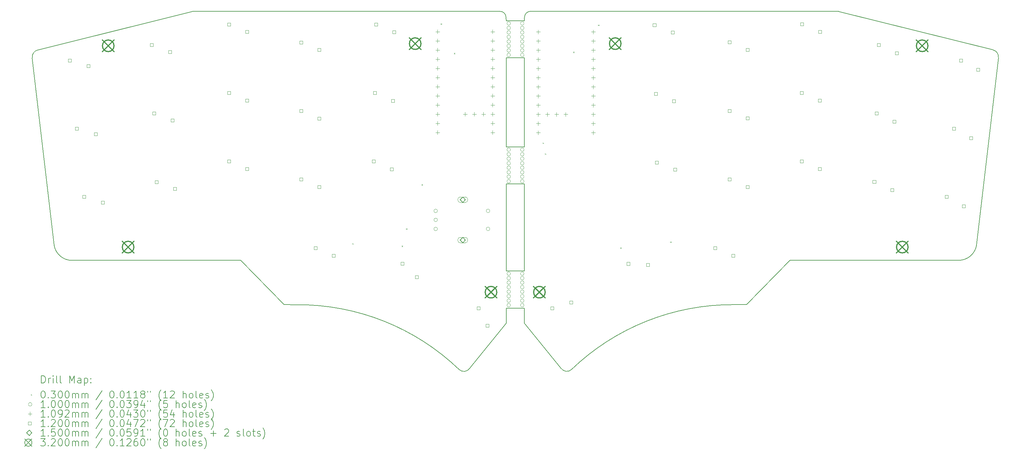
<source format=gbr>
%TF.GenerationSoftware,KiCad,Pcbnew,8.0.8*%
%TF.CreationDate,2025-05-06T09:20:43+01:00*%
%TF.ProjectId,main_wired,6d61696e-5f77-4697-9265-642e6b696361,0.1*%
%TF.SameCoordinates,Original*%
%TF.FileFunction,Drillmap*%
%TF.FilePolarity,Positive*%
%FSLAX45Y45*%
G04 Gerber Fmt 4.5, Leading zero omitted, Abs format (unit mm)*
G04 Created by KiCad (PCBNEW 8.0.8) date 2025-05-06 09:20:43*
%MOMM*%
%LPD*%
G01*
G04 APERTURE LIST*
%ADD10C,0.050000*%
%ADD11C,0.150000*%
%ADD12C,0.200000*%
%ADD13C,0.100000*%
%ADD14C,0.109220*%
%ADD15C,0.120000*%
%ADD16C,0.320000*%
G04 APERTURE END LIST*
D10*
X17200000Y-12425000D02*
G75*
G02*
X17100000Y-12425000I-50000J0D01*
G01*
X17100000Y-12425000D02*
G75*
G02*
X17200000Y-12425000I50000J0D01*
G01*
X17575000Y-15485000D02*
G75*
G02*
X17475000Y-15485000I-50000J0D01*
G01*
X17475000Y-15485000D02*
G75*
G02*
X17575000Y-15485000I50000J0D01*
G01*
D11*
X17080000Y-11475000D02*
X17580000Y-11475000D01*
X17585955Y-16355675D02*
X17580000Y-15940000D01*
D10*
X17575000Y-12175000D02*
G75*
G02*
X17475000Y-12175000I-50000J0D01*
G01*
X17475000Y-12175000D02*
G75*
G02*
X17575000Y-12175000I50000J0D01*
G01*
D11*
X17080000Y-14910000D02*
X17080000Y-12500000D01*
D10*
X17200000Y-8050000D02*
G75*
G02*
X17100000Y-8050000I-50000J0D01*
G01*
X17100000Y-8050000D02*
G75*
G02*
X17200000Y-8050000I50000J0D01*
G01*
D11*
X8425292Y-7714390D02*
X16899480Y-7714390D01*
D10*
X17575000Y-8675000D02*
G75*
G02*
X17475000Y-8675000I-50000J0D01*
G01*
X17475000Y-8675000D02*
G75*
G02*
X17575000Y-8675000I50000J0D01*
G01*
D11*
X17585955Y-7885472D02*
G75*
G02*
X17767737Y-7712488I173195J2D01*
G01*
D10*
X17200000Y-15735000D02*
G75*
G02*
X17100000Y-15735000I-50000J0D01*
G01*
X17100000Y-15735000D02*
G75*
G02*
X17200000Y-15735000I50000J0D01*
G01*
X17575000Y-11675000D02*
G75*
G02*
X17475000Y-11675000I-50000J0D01*
G01*
X17475000Y-11675000D02*
G75*
G02*
X17575000Y-11675000I50000J0D01*
G01*
X17200000Y-11800000D02*
G75*
G02*
X17100000Y-11800000I-50000J0D01*
G01*
X17100000Y-11800000D02*
G75*
G02*
X17200000Y-11800000I50000J0D01*
G01*
X17200000Y-15860000D02*
G75*
G02*
X17100000Y-15860000I-50000J0D01*
G01*
X17100000Y-15860000D02*
G75*
G02*
X17200000Y-15860000I50000J0D01*
G01*
D11*
X9727218Y-14618229D02*
X5055062Y-14618233D01*
X9727218Y-14618229D02*
X10927461Y-15845960D01*
D10*
X17575000Y-8300000D02*
G75*
G02*
X17475000Y-8300000I-50000J0D01*
G01*
X17475000Y-8300000D02*
G75*
G02*
X17575000Y-8300000I50000J0D01*
G01*
X17575000Y-14985000D02*
G75*
G02*
X17475000Y-14985000I-50000J0D01*
G01*
X17475000Y-14985000D02*
G75*
G02*
X17575000Y-14985000I50000J0D01*
G01*
D11*
X30560926Y-8783714D02*
X26291660Y-7718427D01*
D10*
X17200000Y-15610000D02*
G75*
G02*
X17100000Y-15610000I-50000J0D01*
G01*
X17100000Y-15610000D02*
G75*
G02*
X17200000Y-15610000I50000J0D01*
G01*
D11*
X26241939Y-7712481D02*
G75*
G02*
X26291660Y-7718427I1311J-199899D01*
G01*
D10*
X17200000Y-8175000D02*
G75*
G02*
X17100000Y-8175000I-50000J0D01*
G01*
X17100000Y-8175000D02*
G75*
G02*
X17200000Y-8175000I50000J0D01*
G01*
X17575000Y-12425000D02*
G75*
G02*
X17475000Y-12425000I-50000J0D01*
G01*
X17475000Y-12425000D02*
G75*
G02*
X17575000Y-12425000I50000J0D01*
G01*
X17575000Y-8175000D02*
G75*
G02*
X17475000Y-8175000I-50000J0D01*
G01*
X17475000Y-8175000D02*
G75*
G02*
X17575000Y-8175000I50000J0D01*
G01*
X17200000Y-15235000D02*
G75*
G02*
X17100000Y-15235000I-50000J0D01*
G01*
X17100000Y-15235000D02*
G75*
G02*
X17200000Y-15235000I50000J0D01*
G01*
X17575000Y-8925000D02*
G75*
G02*
X17475000Y-8925000I-50000J0D01*
G01*
X17475000Y-8925000D02*
G75*
G02*
X17575000Y-8925000I50000J0D01*
G01*
X17200000Y-11925000D02*
G75*
G02*
X17100000Y-11925000I-50000J0D01*
G01*
X17100000Y-11925000D02*
G75*
G02*
X17200000Y-11925000I50000J0D01*
G01*
D11*
X17080000Y-9000000D02*
X17580000Y-9000000D01*
X17585955Y-7885472D02*
X17580000Y-7975000D01*
D10*
X17200000Y-15485000D02*
G75*
G02*
X17100000Y-15485000I-50000J0D01*
G01*
X17100000Y-15485000D02*
G75*
G02*
X17200000Y-15485000I50000J0D01*
G01*
X17200000Y-15110000D02*
G75*
G02*
X17100000Y-15110000I-50000J0D01*
G01*
X17100000Y-15110000D02*
G75*
G02*
X17200000Y-15110000I50000J0D01*
G01*
D11*
X18601509Y-17611301D02*
X17585955Y-16355675D01*
D10*
X17200000Y-8300000D02*
G75*
G02*
X17100000Y-8300000I-50000J0D01*
G01*
X17100000Y-8300000D02*
G75*
G02*
X17200000Y-8300000I50000J0D01*
G01*
D11*
X5055062Y-14618233D02*
G75*
G02*
X4560092Y-14188943I-2J499993D01*
G01*
D10*
X17575000Y-15735000D02*
G75*
G02*
X17475000Y-15735000I-50000J0D01*
G01*
X17475000Y-15735000D02*
G75*
G02*
X17575000Y-15735000I50000J0D01*
G01*
X17575000Y-15860000D02*
G75*
G02*
X17475000Y-15860000I-50000J0D01*
G01*
X17475000Y-15860000D02*
G75*
G02*
X17575000Y-15860000I50000J0D01*
G01*
X17575000Y-8425000D02*
G75*
G02*
X17475000Y-8425000I-50000J0D01*
G01*
X17475000Y-8425000D02*
G75*
G02*
X17575000Y-8425000I50000J0D01*
G01*
D11*
X4106292Y-8785623D02*
X8375559Y-7720335D01*
X4560087Y-14188943D02*
X3955809Y-9000580D01*
D10*
X17200000Y-11550000D02*
G75*
G02*
X17100000Y-11550000I-50000J0D01*
G01*
X17100000Y-11550000D02*
G75*
G02*
X17200000Y-11550000I50000J0D01*
G01*
X17575000Y-11925000D02*
G75*
G02*
X17475000Y-11925000I-50000J0D01*
G01*
X17475000Y-11925000D02*
G75*
G02*
X17575000Y-11925000I50000J0D01*
G01*
D11*
X23739757Y-15844051D02*
X23389751Y-15845059D01*
X18891654Y-17640315D02*
G75*
G02*
X23389751Y-15845056I4460602J-4643512D01*
G01*
D10*
X17200000Y-11675000D02*
G75*
G02*
X17100000Y-11675000I-50000J0D01*
G01*
X17100000Y-11675000D02*
G75*
G02*
X17200000Y-11675000I50000J0D01*
G01*
D11*
X24940000Y-14616320D02*
X29612156Y-14616324D01*
X17080000Y-7975000D02*
X17580000Y-7975000D01*
X24940000Y-14616320D02*
X23739757Y-15844051D01*
X16065710Y-17613210D02*
G75*
G02*
X15775565Y-17642223I-157080J105570D01*
G01*
D10*
X17575000Y-8550000D02*
G75*
G02*
X17475000Y-8550000I-50000J0D01*
G01*
X17475000Y-8550000D02*
G75*
G02*
X17575000Y-8550000I50000J0D01*
G01*
D11*
X17080000Y-15940000D02*
X17580000Y-15940000D01*
D10*
X17200000Y-12050000D02*
G75*
G02*
X17100000Y-12050000I-50000J0D01*
G01*
X17100000Y-12050000D02*
G75*
G02*
X17200000Y-12050000I50000J0D01*
G01*
D11*
X10927461Y-15845960D02*
X11277467Y-15846967D01*
D10*
X17200000Y-8675000D02*
G75*
G02*
X17100000Y-8675000I-50000J0D01*
G01*
X17100000Y-8675000D02*
G75*
G02*
X17200000Y-8675000I50000J0D01*
G01*
X17575000Y-12300000D02*
G75*
G02*
X17475000Y-12300000I-50000J0D01*
G01*
X17475000Y-12300000D02*
G75*
G02*
X17575000Y-12300000I50000J0D01*
G01*
X17575000Y-15235000D02*
G75*
G02*
X17475000Y-15235000I-50000J0D01*
G01*
X17475000Y-15235000D02*
G75*
G02*
X17575000Y-15235000I50000J0D01*
G01*
X17575000Y-11550000D02*
G75*
G02*
X17475000Y-11550000I-50000J0D01*
G01*
X17475000Y-11550000D02*
G75*
G02*
X17575000Y-11550000I50000J0D01*
G01*
D11*
X11277467Y-15846965D02*
G75*
G02*
X15775564Y-17642224I37490J-6438781D01*
G01*
D10*
X17200000Y-12175000D02*
G75*
G02*
X17100000Y-12175000I-50000J0D01*
G01*
X17100000Y-12175000D02*
G75*
G02*
X17200000Y-12175000I50000J0D01*
G01*
D11*
X17080000Y-14910000D02*
X17580000Y-14910000D01*
D10*
X17575000Y-12050000D02*
G75*
G02*
X17475000Y-12050000I-50000J0D01*
G01*
X17475000Y-12050000D02*
G75*
G02*
X17575000Y-12050000I50000J0D01*
G01*
D11*
X17076658Y-7891497D02*
X17080000Y-7975000D01*
X30560926Y-8783714D02*
G75*
G02*
X30711401Y-8998670I-48426J-194046D01*
G01*
X16065710Y-17613210D02*
X17081263Y-16357584D01*
X17580000Y-11475000D02*
X17580000Y-9000000D01*
X17080000Y-12500000D02*
X17580000Y-12500000D01*
X17080000Y-11475000D02*
X17080000Y-9000000D01*
X26241939Y-7712481D02*
X17767738Y-7712481D01*
D10*
X17200000Y-12300000D02*
G75*
G02*
X17100000Y-12300000I-50000J0D01*
G01*
X17100000Y-12300000D02*
G75*
G02*
X17200000Y-12300000I50000J0D01*
G01*
X17200000Y-8425000D02*
G75*
G02*
X17100000Y-8425000I-50000J0D01*
G01*
X17100000Y-8425000D02*
G75*
G02*
X17200000Y-8425000I50000J0D01*
G01*
D11*
X18891654Y-17640315D02*
G75*
G02*
X18601509Y-17611301I-133064J134595D01*
G01*
D10*
X17200000Y-15360000D02*
G75*
G02*
X17100000Y-15360000I-50000J0D01*
G01*
X17100000Y-15360000D02*
G75*
G02*
X17200000Y-15360000I50000J0D01*
G01*
D11*
X30107131Y-14187035D02*
G75*
G02*
X29612156Y-14616326I-494981J70715D01*
G01*
D10*
X17200000Y-8800000D02*
G75*
G02*
X17100000Y-8800000I-50000J0D01*
G01*
X17100000Y-8800000D02*
G75*
G02*
X17200000Y-8800000I50000J0D01*
G01*
X17575000Y-8800000D02*
G75*
G02*
X17475000Y-8800000I-50000J0D01*
G01*
X17475000Y-8800000D02*
G75*
G02*
X17575000Y-8800000I50000J0D01*
G01*
X17575000Y-8050000D02*
G75*
G02*
X17475000Y-8050000I-50000J0D01*
G01*
X17475000Y-8050000D02*
G75*
G02*
X17575000Y-8050000I50000J0D01*
G01*
X17575000Y-15610000D02*
G75*
G02*
X17475000Y-15610000I-50000J0D01*
G01*
X17475000Y-15610000D02*
G75*
G02*
X17575000Y-15610000I50000J0D01*
G01*
X17200000Y-8925000D02*
G75*
G02*
X17100000Y-8925000I-50000J0D01*
G01*
X17100000Y-8925000D02*
G75*
G02*
X17200000Y-8925000I50000J0D01*
G01*
D11*
X17580000Y-14910000D02*
X17580000Y-12500000D01*
X8375559Y-7720335D02*
G75*
G02*
X8425292Y-7714390I48421J-194055D01*
G01*
D10*
X17575000Y-15110000D02*
G75*
G02*
X17475000Y-15110000I-50000J0D01*
G01*
X17475000Y-15110000D02*
G75*
G02*
X17575000Y-15110000I50000J0D01*
G01*
X17575000Y-15360000D02*
G75*
G02*
X17475000Y-15360000I-50000J0D01*
G01*
X17475000Y-15360000D02*
G75*
G02*
X17575000Y-15360000I50000J0D01*
G01*
D11*
X3955809Y-9000580D02*
G75*
G02*
X4106293Y-8785626I198911J20900D01*
G01*
X17081263Y-16357584D02*
X17080000Y-15940000D01*
D10*
X17200000Y-14985000D02*
G75*
G02*
X17100000Y-14985000I-50000J0D01*
G01*
X17100000Y-14985000D02*
G75*
G02*
X17200000Y-14985000I50000J0D01*
G01*
D11*
X30107131Y-14187035D02*
X30711409Y-8998671D01*
X16899480Y-7714390D02*
G75*
G02*
X17076653Y-7891497I8590J-168580D01*
G01*
D10*
X17200000Y-8550000D02*
G75*
G02*
X17100000Y-8550000I-50000J0D01*
G01*
X17100000Y-8550000D02*
G75*
G02*
X17200000Y-8550000I50000J0D01*
G01*
X17575000Y-11800000D02*
G75*
G02*
X17475000Y-11800000I-50000J0D01*
G01*
X17475000Y-11800000D02*
G75*
G02*
X17575000Y-11800000I50000J0D01*
G01*
D12*
D13*
X12818400Y-14142221D02*
X12848400Y-14172221D01*
X12848400Y-14142221D02*
X12818400Y-14172221D01*
X14186841Y-14210661D02*
X14216841Y-14240661D01*
X14216841Y-14210661D02*
X14186841Y-14240661D01*
X14306902Y-13730722D02*
X14336902Y-13760722D01*
X14336902Y-13730722D02*
X14306902Y-13760722D01*
X14735050Y-12507056D02*
X14765050Y-12537056D01*
X14765050Y-12507056D02*
X14735050Y-12537056D01*
X15265050Y-8049224D02*
X15295050Y-8079224D01*
X15295050Y-8049224D02*
X15265050Y-8079224D01*
X15635050Y-8869224D02*
X15665050Y-8899224D01*
X15665050Y-8869224D02*
X15635050Y-8899224D01*
X18087889Y-11351320D02*
X18117889Y-11381320D01*
X18117889Y-11351320D02*
X18087889Y-11381320D01*
X18152889Y-11651320D02*
X18182889Y-11681320D01*
X18182889Y-11651320D02*
X18152889Y-11681320D01*
X18935000Y-8835000D02*
X18965000Y-8865000D01*
X18965000Y-8835000D02*
X18935000Y-8865000D01*
X19625660Y-8085660D02*
X19655660Y-8115660D01*
X19655660Y-8085660D02*
X19625660Y-8115660D01*
X20239541Y-14258795D02*
X20269541Y-14288795D01*
X20269541Y-14258795D02*
X20239541Y-14288795D01*
X21625373Y-14094627D02*
X21655373Y-14124627D01*
X21655373Y-14094627D02*
X21625373Y-14124627D01*
X15177461Y-13245959D02*
G75*
G02*
X15077461Y-13245959I-50000J0D01*
G01*
X15077461Y-13245959D02*
G75*
G02*
X15177461Y-13245959I50000J0D01*
G01*
X15177461Y-13495959D02*
G75*
G02*
X15077461Y-13495959I-50000J0D01*
G01*
X15077461Y-13495959D02*
G75*
G02*
X15177461Y-13495959I50000J0D01*
G01*
X15177461Y-13745959D02*
G75*
G02*
X15077461Y-13745959I-50000J0D01*
G01*
X15077461Y-13745959D02*
G75*
G02*
X15177461Y-13745959I50000J0D01*
G01*
X16627461Y-13245959D02*
G75*
G02*
X16527461Y-13245959I-50000J0D01*
G01*
X16527461Y-13245959D02*
G75*
G02*
X16627461Y-13245959I50000J0D01*
G01*
X16627461Y-13745959D02*
G75*
G02*
X16527461Y-13745959I-50000J0D01*
G01*
X16527461Y-13745959D02*
G75*
G02*
X16627461Y-13745959I50000J0D01*
G01*
D14*
X15181544Y-8225953D02*
X15181544Y-8335173D01*
X15126934Y-8280563D02*
X15236154Y-8280563D01*
X15181544Y-8733953D02*
X15181544Y-8843173D01*
X15126934Y-8788563D02*
X15236154Y-8788563D01*
X15181544Y-8987953D02*
X15181544Y-9097173D01*
X15126934Y-9042563D02*
X15236154Y-9042563D01*
X15181544Y-9241953D02*
X15181544Y-9351173D01*
X15126934Y-9296563D02*
X15236154Y-9296563D01*
X15181544Y-9495953D02*
X15181544Y-9605173D01*
X15126934Y-9550563D02*
X15236154Y-9550563D01*
X15181544Y-9749953D02*
X15181544Y-9859173D01*
X15126934Y-9804563D02*
X15236154Y-9804563D01*
X15181544Y-10003953D02*
X15181544Y-10113173D01*
X15126934Y-10058563D02*
X15236154Y-10058563D01*
X15181544Y-10257953D02*
X15181544Y-10367173D01*
X15126934Y-10312563D02*
X15236154Y-10312563D01*
X15181544Y-10511953D02*
X15181544Y-10621173D01*
X15126934Y-10566563D02*
X15236154Y-10566563D01*
X15181544Y-10765953D02*
X15181544Y-10875173D01*
X15126934Y-10820563D02*
X15236154Y-10820563D01*
X15181544Y-11019953D02*
X15181544Y-11129173D01*
X15126934Y-11074563D02*
X15236154Y-11074563D01*
X15181544Y-8479953D02*
X15181544Y-8589173D01*
X15126934Y-8534563D02*
X15236154Y-8534563D01*
X15943544Y-10511953D02*
X15943544Y-10621173D01*
X15888934Y-10566563D02*
X15998154Y-10566563D01*
X16197544Y-10511953D02*
X16197544Y-10621173D01*
X16142934Y-10566563D02*
X16252154Y-10566563D01*
X16451544Y-10511953D02*
X16451544Y-10621173D01*
X16396934Y-10566563D02*
X16506154Y-10566563D01*
X16705544Y-8225953D02*
X16705544Y-8335173D01*
X16650934Y-8280563D02*
X16760154Y-8280563D01*
X16705544Y-8479953D02*
X16705544Y-8589173D01*
X16650934Y-8534563D02*
X16760154Y-8534563D01*
X16705544Y-8733953D02*
X16705544Y-8843173D01*
X16650934Y-8788563D02*
X16760154Y-8788563D01*
X16705544Y-8987953D02*
X16705544Y-9097173D01*
X16650934Y-9042563D02*
X16760154Y-9042563D01*
X16705544Y-9241953D02*
X16705544Y-9351173D01*
X16650934Y-9296563D02*
X16760154Y-9296563D01*
X16705544Y-9749953D02*
X16705544Y-9859173D01*
X16650934Y-9804563D02*
X16760154Y-9804563D01*
X16705544Y-10003953D02*
X16705544Y-10113173D01*
X16650934Y-10058563D02*
X16760154Y-10058563D01*
X16705544Y-10257953D02*
X16705544Y-10367173D01*
X16650934Y-10312563D02*
X16760154Y-10312563D01*
X16705544Y-10511953D02*
X16705544Y-10621173D01*
X16650934Y-10566563D02*
X16760154Y-10566563D01*
X16705544Y-10765953D02*
X16705544Y-10875173D01*
X16650934Y-10820563D02*
X16760154Y-10820563D01*
X16705544Y-11019953D02*
X16705544Y-11129173D01*
X16650934Y-11074563D02*
X16760154Y-11074563D01*
X16705544Y-9495953D02*
X16705544Y-9605173D01*
X16650934Y-9550563D02*
X16760154Y-9550563D01*
X17966519Y-8228065D02*
X17966519Y-8337285D01*
X17911909Y-8282675D02*
X18021129Y-8282675D01*
X17966519Y-8482065D02*
X17966519Y-8591285D01*
X17911909Y-8536675D02*
X18021129Y-8536675D01*
X17966519Y-8736065D02*
X17966519Y-8845285D01*
X17911909Y-8790675D02*
X18021129Y-8790675D01*
X17966519Y-8990065D02*
X17966519Y-9099285D01*
X17911909Y-9044675D02*
X18021129Y-9044675D01*
X17966519Y-9244065D02*
X17966519Y-9353285D01*
X17911909Y-9298675D02*
X18021129Y-9298675D01*
X17966519Y-9498065D02*
X17966519Y-9607285D01*
X17911909Y-9552675D02*
X18021129Y-9552675D01*
X17966519Y-9752065D02*
X17966519Y-9861285D01*
X17911909Y-9806675D02*
X18021129Y-9806675D01*
X17966519Y-10006065D02*
X17966519Y-10115285D01*
X17911909Y-10060675D02*
X18021129Y-10060675D01*
X17966519Y-10260065D02*
X17966519Y-10369285D01*
X17911909Y-10314675D02*
X18021129Y-10314675D01*
X17966519Y-10514065D02*
X17966519Y-10623285D01*
X17911909Y-10568675D02*
X18021129Y-10568675D01*
X17966519Y-10768065D02*
X17966519Y-10877285D01*
X17911909Y-10822675D02*
X18021129Y-10822675D01*
X17966519Y-11022065D02*
X17966519Y-11131285D01*
X17911909Y-11076675D02*
X18021129Y-11076675D01*
X18220519Y-10514065D02*
X18220519Y-10623285D01*
X18165909Y-10568675D02*
X18275129Y-10568675D01*
X18474519Y-10514065D02*
X18474519Y-10623285D01*
X18419909Y-10568675D02*
X18529129Y-10568675D01*
X18728519Y-10514065D02*
X18728519Y-10623285D01*
X18673909Y-10568675D02*
X18783129Y-10568675D01*
X19490519Y-8228065D02*
X19490519Y-8337285D01*
X19435909Y-8282675D02*
X19545129Y-8282675D01*
X19490519Y-8482065D02*
X19490519Y-8591285D01*
X19435909Y-8536675D02*
X19545129Y-8536675D01*
X19490519Y-8736065D02*
X19490519Y-8845285D01*
X19435909Y-8790675D02*
X19545129Y-8790675D01*
X19490519Y-8990065D02*
X19490519Y-9099285D01*
X19435909Y-9044675D02*
X19545129Y-9044675D01*
X19490519Y-9244065D02*
X19490519Y-9353285D01*
X19435909Y-9298675D02*
X19545129Y-9298675D01*
X19490519Y-9498065D02*
X19490519Y-9607285D01*
X19435909Y-9552675D02*
X19545129Y-9552675D01*
X19490519Y-9752065D02*
X19490519Y-9861285D01*
X19435909Y-9806675D02*
X19545129Y-9806675D01*
X19490519Y-10006065D02*
X19490519Y-10115285D01*
X19435909Y-10060675D02*
X19545129Y-10060675D01*
X19490519Y-10260065D02*
X19490519Y-10369285D01*
X19435909Y-10314675D02*
X19545129Y-10314675D01*
X19490519Y-10514065D02*
X19490519Y-10623285D01*
X19435909Y-10568675D02*
X19545129Y-10568675D01*
X19490519Y-10768065D02*
X19490519Y-10877285D01*
X19435909Y-10822675D02*
X19545129Y-10822675D01*
X19490519Y-11022065D02*
X19490519Y-11131285D01*
X19435909Y-11076675D02*
X19545129Y-11076675D01*
D15*
X5034126Y-9118156D02*
X5034126Y-9033302D01*
X4949273Y-9033302D01*
X4949273Y-9118156D01*
X5034126Y-9118156D01*
X5232731Y-11007747D02*
X5232731Y-10922894D01*
X5147877Y-10922894D01*
X5147877Y-11007747D01*
X5232731Y-11007747D01*
X5431334Y-12897338D02*
X5431334Y-12812484D01*
X5346480Y-12812484D01*
X5346480Y-12897338D01*
X5431334Y-12897338D01*
X5553338Y-9274741D02*
X5553338Y-9189887D01*
X5468485Y-9189887D01*
X5468485Y-9274741D01*
X5553338Y-9274741D01*
X5751943Y-11164332D02*
X5751943Y-11079479D01*
X5667089Y-11079479D01*
X5667089Y-11164332D01*
X5751943Y-11164332D01*
X5950546Y-13053923D02*
X5950546Y-12969069D01*
X5865692Y-12969069D01*
X5865692Y-13053923D01*
X5950546Y-13053923D01*
X7307935Y-8688819D02*
X7307935Y-8603965D01*
X7223082Y-8603965D01*
X7223082Y-8688819D01*
X7307935Y-8688819D01*
X7374243Y-10587662D02*
X7374243Y-10502808D01*
X7289389Y-10502808D01*
X7289389Y-10587662D01*
X7374243Y-10587662D01*
X7440554Y-12486504D02*
X7440554Y-12401651D01*
X7355701Y-12401651D01*
X7355701Y-12486504D01*
X7440554Y-12486504D01*
X7814960Y-8881241D02*
X7814960Y-8796387D01*
X7730106Y-8796387D01*
X7730106Y-8881241D01*
X7814960Y-8881241D01*
X7881267Y-10780084D02*
X7881267Y-10695230D01*
X7796414Y-10695230D01*
X7796414Y-10780084D01*
X7881267Y-10780084D01*
X7947579Y-12678927D02*
X7947579Y-12594073D01*
X7862725Y-12594073D01*
X7862725Y-12678927D01*
X7947579Y-12678927D01*
X9442475Y-8116650D02*
X9442475Y-8031796D01*
X9357621Y-8031796D01*
X9357621Y-8116650D01*
X9442475Y-8116650D01*
X9442476Y-10016650D02*
X9442476Y-9931797D01*
X9357622Y-9931797D01*
X9357622Y-10016650D01*
X9442476Y-10016650D01*
X9442477Y-11916651D02*
X9442477Y-11831797D01*
X9357623Y-11831797D01*
X9357623Y-11916651D01*
X9442477Y-11916651D01*
X9942475Y-8326650D02*
X9942475Y-8241796D01*
X9857621Y-8241796D01*
X9857621Y-8326650D01*
X9942475Y-8326650D01*
X9942476Y-10226650D02*
X9942476Y-10141797D01*
X9857622Y-10141797D01*
X9857622Y-10226650D01*
X9942476Y-10226650D01*
X9942477Y-12126651D02*
X9942477Y-12041797D01*
X9857623Y-12041797D01*
X9857623Y-12126651D01*
X9942477Y-12126651D01*
X11442476Y-8616650D02*
X11442476Y-8531797D01*
X11357623Y-8531797D01*
X11357623Y-8616650D01*
X11442476Y-8616650D01*
X11442476Y-10516651D02*
X11442476Y-10431797D01*
X11357623Y-10431797D01*
X11357623Y-10516651D01*
X11442476Y-10516651D01*
X11442477Y-12416651D02*
X11442477Y-12331798D01*
X11357623Y-12331798D01*
X11357623Y-12416651D01*
X11442477Y-12416651D01*
X11842476Y-14316650D02*
X11842476Y-14231796D01*
X11757623Y-14231796D01*
X11757623Y-14316650D01*
X11842476Y-14316650D01*
X11942476Y-8826650D02*
X11942476Y-8741797D01*
X11857623Y-8741797D01*
X11857623Y-8826650D01*
X11942476Y-8826650D01*
X11942476Y-10726651D02*
X11942476Y-10641797D01*
X11857623Y-10641797D01*
X11857623Y-10726651D01*
X11942476Y-10726651D01*
X11942477Y-12626651D02*
X11942477Y-12541798D01*
X11857623Y-12541798D01*
X11857623Y-12626651D01*
X11942477Y-12626651D01*
X12342476Y-14526650D02*
X12342476Y-14441796D01*
X12257623Y-14441796D01*
X12257623Y-14526650D01*
X12342476Y-14526650D01*
X13452773Y-11916740D02*
X13452773Y-11831887D01*
X13367920Y-11831887D01*
X13367920Y-11916740D01*
X13452773Y-11916740D01*
X13485933Y-10017030D02*
X13485933Y-9932177D01*
X13401080Y-9932177D01*
X13401080Y-10017030D01*
X13485933Y-10017030D01*
X13519091Y-8117319D02*
X13519091Y-8032466D01*
X13434238Y-8032466D01*
X13434238Y-8117319D01*
X13519091Y-8117319D01*
X13949032Y-12135434D02*
X13949032Y-12050581D01*
X13864178Y-12050581D01*
X13864178Y-12135434D01*
X13949032Y-12135434D01*
X13982192Y-10235724D02*
X13982192Y-10150871D01*
X13897339Y-10150871D01*
X13897339Y-10235724D01*
X13982192Y-10235724D01*
X14015350Y-8336013D02*
X14015350Y-8251160D01*
X13930497Y-8251160D01*
X13930497Y-8336013D01*
X14015350Y-8336013D01*
X14244268Y-14752232D02*
X14244268Y-14667379D01*
X14159414Y-14667379D01*
X14159414Y-14752232D01*
X14244268Y-14752232D01*
X14642290Y-15120578D02*
X14642290Y-15035724D01*
X14557436Y-15035724D01*
X14557436Y-15120578D01*
X14642290Y-15120578D01*
X16352236Y-15983006D02*
X16352236Y-15898152D01*
X16267383Y-15898152D01*
X16267383Y-15983006D01*
X16352236Y-15983006D01*
X16600273Y-16465269D02*
X16600273Y-16380415D01*
X16515420Y-16380415D01*
X16515420Y-16465269D01*
X16600273Y-16465269D01*
X18399076Y-15983009D02*
X18399076Y-15898155D01*
X18314222Y-15898155D01*
X18314222Y-15983009D01*
X18399076Y-15983009D01*
X18917084Y-15822484D02*
X18917084Y-15737631D01*
X18832230Y-15737631D01*
X18832230Y-15822484D01*
X18917084Y-15822484D01*
X20505564Y-14754360D02*
X20505564Y-14669506D01*
X20420711Y-14669506D01*
X20420711Y-14754360D01*
X20505564Y-14754360D01*
X21047235Y-14780685D02*
X21047235Y-14695832D01*
X20962381Y-14695832D01*
X20962381Y-14780685D01*
X21047235Y-14780685D01*
X21227947Y-8141148D02*
X21227947Y-8056295D01*
X21143094Y-8056295D01*
X21143094Y-8141148D01*
X21227947Y-8141148D01*
X21265104Y-10042747D02*
X21265104Y-9957893D01*
X21180250Y-9957893D01*
X21180250Y-10042747D01*
X21265104Y-10042747D01*
X21295319Y-11944103D02*
X21295319Y-11859249D01*
X21210466Y-11859249D01*
X21210466Y-11944103D01*
X21295319Y-11944103D01*
X21731536Y-8342390D02*
X21731536Y-8257536D01*
X21646682Y-8257536D01*
X21646682Y-8342390D01*
X21731536Y-8342390D01*
X21768693Y-10243989D02*
X21768693Y-10159135D01*
X21683839Y-10159135D01*
X21683839Y-10243989D01*
X21768693Y-10243989D01*
X21798908Y-12145345D02*
X21798908Y-12060491D01*
X21714055Y-12060491D01*
X21714055Y-12145345D01*
X21798908Y-12145345D01*
X22909317Y-14317057D02*
X22909317Y-14232203D01*
X22824464Y-14232203D01*
X22824464Y-14317057D01*
X22909317Y-14317057D01*
X23307316Y-10514058D02*
X23307316Y-10429205D01*
X23222463Y-10429205D01*
X23222463Y-10514058D01*
X23307316Y-10514058D01*
X23307316Y-12414059D02*
X23307316Y-12329205D01*
X23222463Y-12329205D01*
X23222463Y-12414059D01*
X23307316Y-12414059D01*
X23308317Y-8615058D02*
X23308317Y-8530205D01*
X23223463Y-8530205D01*
X23223463Y-8615058D01*
X23308317Y-8615058D01*
X23409317Y-14527057D02*
X23409317Y-14442203D01*
X23324464Y-14442203D01*
X23324464Y-14527057D01*
X23409317Y-14527057D01*
X23807316Y-10724058D02*
X23807316Y-10639205D01*
X23722463Y-10639205D01*
X23722463Y-10724058D01*
X23807316Y-10724058D01*
X23807316Y-12624059D02*
X23807316Y-12539205D01*
X23722463Y-12539205D01*
X23722463Y-12624059D01*
X23807316Y-12624059D01*
X23808317Y-8825058D02*
X23808317Y-8740205D01*
X23723463Y-8740205D01*
X23723463Y-8825058D01*
X23808317Y-8825058D01*
X25307316Y-10016056D02*
X25307316Y-9931203D01*
X25222462Y-9931203D01*
X25222462Y-10016056D01*
X25307316Y-10016056D01*
X25307317Y-11916058D02*
X25307317Y-11831204D01*
X25222463Y-11831204D01*
X25222463Y-11916058D01*
X25307317Y-11916058D01*
X25309317Y-8115058D02*
X25309317Y-8030205D01*
X25224463Y-8030205D01*
X25224463Y-8115058D01*
X25309317Y-8115058D01*
X25807316Y-10226056D02*
X25807316Y-10141203D01*
X25722462Y-10141203D01*
X25722462Y-10226056D01*
X25807316Y-10226056D01*
X25807317Y-12126058D02*
X25807317Y-12041204D01*
X25722463Y-12041204D01*
X25722463Y-12126058D01*
X25807317Y-12126058D01*
X25809317Y-8325058D02*
X25809317Y-8240205D01*
X25724463Y-8240205D01*
X25724463Y-8325058D01*
X25809317Y-8325058D01*
X27315459Y-12483964D02*
X27315459Y-12399110D01*
X27230605Y-12399110D01*
X27230605Y-12483964D01*
X27315459Y-12483964D01*
X27381766Y-10585121D02*
X27381766Y-10500267D01*
X27296912Y-10500267D01*
X27296912Y-10585121D01*
X27381766Y-10585121D01*
X27441460Y-8686963D02*
X27441460Y-8602110D01*
X27356607Y-8602110D01*
X27356607Y-8686963D01*
X27441460Y-8686963D01*
X27807825Y-12711286D02*
X27807825Y-12626432D01*
X27722972Y-12626432D01*
X27722972Y-12711286D01*
X27807825Y-12711286D01*
X27874132Y-10812443D02*
X27874132Y-10727589D01*
X27789279Y-10727589D01*
X27789279Y-10812443D01*
X27874132Y-10812443D01*
X27933827Y-8914285D02*
X27933827Y-8829431D01*
X27848973Y-8829431D01*
X27848973Y-8914285D01*
X27933827Y-8914285D01*
X29319369Y-12896175D02*
X29319369Y-12811321D01*
X29234515Y-12811321D01*
X29234515Y-12896175D01*
X29319369Y-12896175D01*
X29517974Y-11006585D02*
X29517974Y-10921731D01*
X29433120Y-10921731D01*
X29433120Y-11006585D01*
X29517974Y-11006585D01*
X29715017Y-9116614D02*
X29715017Y-9031760D01*
X29630164Y-9031760D01*
X29630164Y-9116614D01*
X29715017Y-9116614D01*
X29794679Y-13157289D02*
X29794679Y-13072435D01*
X29709825Y-13072435D01*
X29709825Y-13157289D01*
X29794679Y-13157289D01*
X29993284Y-11267698D02*
X29993284Y-11182845D01*
X29908430Y-11182845D01*
X29908430Y-11267698D01*
X29993284Y-11267698D01*
X30190327Y-9377727D02*
X30190327Y-9292874D01*
X30105474Y-9292874D01*
X30105474Y-9377727D01*
X30190327Y-9377727D01*
D11*
X15877461Y-13010959D02*
X15952461Y-12935959D01*
X15877461Y-12860959D01*
X15802461Y-12935959D01*
X15877461Y-13010959D01*
D13*
X15812461Y-13010959D02*
X15942461Y-13010959D01*
X15942461Y-12860959D02*
G75*
G02*
X15942461Y-13010959I0J-75000D01*
G01*
X15942461Y-12860959D02*
X15812461Y-12860959D01*
X15812461Y-12860959D02*
G75*
G03*
X15812461Y-13010959I0J-75000D01*
G01*
D11*
X15877461Y-14130959D02*
X15952461Y-14055959D01*
X15877461Y-13980959D01*
X15802461Y-14055959D01*
X15877461Y-14130959D01*
D13*
X15812461Y-14130959D02*
X15942461Y-14130959D01*
X15942461Y-13980959D02*
G75*
G02*
X15942461Y-14130959I0J-75000D01*
G01*
X15942461Y-13980959D02*
X15812461Y-13980959D01*
X15812461Y-13980959D02*
G75*
G03*
X15812461Y-14130959I0J-75000D01*
G01*
D16*
X5900000Y-8510000D02*
X6220000Y-8830000D01*
X6220000Y-8510000D02*
X5900000Y-8830000D01*
X6220000Y-8670000D02*
G75*
G02*
X5900000Y-8670000I-160000J0D01*
G01*
X5900000Y-8670000D02*
G75*
G02*
X6220000Y-8670000I160000J0D01*
G01*
X6450000Y-14090000D02*
X6770000Y-14410000D01*
X6770000Y-14090000D02*
X6450000Y-14410000D01*
X6770000Y-14250000D02*
G75*
G02*
X6450000Y-14250000I-160000J0D01*
G01*
X6450000Y-14250000D02*
G75*
G02*
X6770000Y-14250000I160000J0D01*
G01*
X14400000Y-8450000D02*
X14720000Y-8770000D01*
X14720000Y-8450000D02*
X14400000Y-8770000D01*
X14720000Y-8610000D02*
G75*
G02*
X14400000Y-8610000I-160000J0D01*
G01*
X14400000Y-8610000D02*
G75*
G02*
X14720000Y-8610000I160000J0D01*
G01*
X16500000Y-15340000D02*
X16820000Y-15660000D01*
X16820000Y-15340000D02*
X16500000Y-15660000D01*
X16820000Y-15500000D02*
G75*
G02*
X16500000Y-15500000I-160000J0D01*
G01*
X16500000Y-15500000D02*
G75*
G02*
X16820000Y-15500000I160000J0D01*
G01*
X17840000Y-15340000D02*
X18160000Y-15660000D01*
X18160000Y-15340000D02*
X17840000Y-15660000D01*
X18160000Y-15500000D02*
G75*
G02*
X17840000Y-15500000I-160000J0D01*
G01*
X17840000Y-15500000D02*
G75*
G02*
X18160000Y-15500000I160000J0D01*
G01*
X19940000Y-8450000D02*
X20260000Y-8770000D01*
X20260000Y-8450000D02*
X19940000Y-8770000D01*
X20260000Y-8610000D02*
G75*
G02*
X19940000Y-8610000I-160000J0D01*
G01*
X19940000Y-8610000D02*
G75*
G02*
X20260000Y-8610000I160000J0D01*
G01*
X27890000Y-14090000D02*
X28210000Y-14410000D01*
X28210000Y-14090000D02*
X27890000Y-14410000D01*
X28210000Y-14250000D02*
G75*
G02*
X27890000Y-14250000I-160000J0D01*
G01*
X27890000Y-14250000D02*
G75*
G02*
X28210000Y-14250000I160000J0D01*
G01*
X28440000Y-8510000D02*
X28760000Y-8830000D01*
X28760000Y-8510000D02*
X28440000Y-8830000D01*
X28760000Y-8670000D02*
G75*
G02*
X28440000Y-8670000I-160000J0D01*
G01*
X28440000Y-8670000D02*
G75*
G02*
X28760000Y-8670000I160000J0D01*
G01*
D12*
X4207991Y-18015883D02*
X4207991Y-17815883D01*
X4207991Y-17815883D02*
X4255610Y-17815883D01*
X4255610Y-17815883D02*
X4284181Y-17825407D01*
X4284181Y-17825407D02*
X4303229Y-17844454D01*
X4303229Y-17844454D02*
X4312753Y-17863502D01*
X4312753Y-17863502D02*
X4322277Y-17901597D01*
X4322277Y-17901597D02*
X4322277Y-17930169D01*
X4322277Y-17930169D02*
X4312753Y-17968264D01*
X4312753Y-17968264D02*
X4303229Y-17987312D01*
X4303229Y-17987312D02*
X4284181Y-18006359D01*
X4284181Y-18006359D02*
X4255610Y-18015883D01*
X4255610Y-18015883D02*
X4207991Y-18015883D01*
X4407991Y-18015883D02*
X4407991Y-17882550D01*
X4407991Y-17920645D02*
X4417515Y-17901597D01*
X4417515Y-17901597D02*
X4427039Y-17892073D01*
X4427039Y-17892073D02*
X4446086Y-17882550D01*
X4446086Y-17882550D02*
X4465134Y-17882550D01*
X4531800Y-18015883D02*
X4531800Y-17882550D01*
X4531800Y-17815883D02*
X4522277Y-17825407D01*
X4522277Y-17825407D02*
X4531800Y-17834931D01*
X4531800Y-17834931D02*
X4541324Y-17825407D01*
X4541324Y-17825407D02*
X4531800Y-17815883D01*
X4531800Y-17815883D02*
X4531800Y-17834931D01*
X4655610Y-18015883D02*
X4636562Y-18006359D01*
X4636562Y-18006359D02*
X4627039Y-17987312D01*
X4627039Y-17987312D02*
X4627039Y-17815883D01*
X4760372Y-18015883D02*
X4741324Y-18006359D01*
X4741324Y-18006359D02*
X4731800Y-17987312D01*
X4731800Y-17987312D02*
X4731800Y-17815883D01*
X4988943Y-18015883D02*
X4988943Y-17815883D01*
X4988943Y-17815883D02*
X5055610Y-17958740D01*
X5055610Y-17958740D02*
X5122277Y-17815883D01*
X5122277Y-17815883D02*
X5122277Y-18015883D01*
X5303229Y-18015883D02*
X5303229Y-17911121D01*
X5303229Y-17911121D02*
X5293705Y-17892073D01*
X5293705Y-17892073D02*
X5274658Y-17882550D01*
X5274658Y-17882550D02*
X5236562Y-17882550D01*
X5236562Y-17882550D02*
X5217515Y-17892073D01*
X5303229Y-18006359D02*
X5284181Y-18015883D01*
X5284181Y-18015883D02*
X5236562Y-18015883D01*
X5236562Y-18015883D02*
X5217515Y-18006359D01*
X5217515Y-18006359D02*
X5207991Y-17987312D01*
X5207991Y-17987312D02*
X5207991Y-17968264D01*
X5207991Y-17968264D02*
X5217515Y-17949216D01*
X5217515Y-17949216D02*
X5236562Y-17939693D01*
X5236562Y-17939693D02*
X5284181Y-17939693D01*
X5284181Y-17939693D02*
X5303229Y-17930169D01*
X5398467Y-17882550D02*
X5398467Y-18082550D01*
X5398467Y-17892073D02*
X5417515Y-17882550D01*
X5417515Y-17882550D02*
X5455610Y-17882550D01*
X5455610Y-17882550D02*
X5474658Y-17892073D01*
X5474658Y-17892073D02*
X5484181Y-17901597D01*
X5484181Y-17901597D02*
X5493705Y-17920645D01*
X5493705Y-17920645D02*
X5493705Y-17977788D01*
X5493705Y-17977788D02*
X5484181Y-17996835D01*
X5484181Y-17996835D02*
X5474658Y-18006359D01*
X5474658Y-18006359D02*
X5455610Y-18015883D01*
X5455610Y-18015883D02*
X5417515Y-18015883D01*
X5417515Y-18015883D02*
X5398467Y-18006359D01*
X5579420Y-17996835D02*
X5588943Y-18006359D01*
X5588943Y-18006359D02*
X5579420Y-18015883D01*
X5579420Y-18015883D02*
X5569896Y-18006359D01*
X5569896Y-18006359D02*
X5579420Y-17996835D01*
X5579420Y-17996835D02*
X5579420Y-18015883D01*
X5579420Y-17892073D02*
X5588943Y-17901597D01*
X5588943Y-17901597D02*
X5579420Y-17911121D01*
X5579420Y-17911121D02*
X5569896Y-17901597D01*
X5569896Y-17901597D02*
X5579420Y-17892073D01*
X5579420Y-17892073D02*
X5579420Y-17911121D01*
D13*
X3917214Y-18329399D02*
X3947214Y-18359399D01*
X3947214Y-18329399D02*
X3917214Y-18359399D01*
D12*
X4246086Y-18235883D02*
X4265134Y-18235883D01*
X4265134Y-18235883D02*
X4284181Y-18245407D01*
X4284181Y-18245407D02*
X4293705Y-18254931D01*
X4293705Y-18254931D02*
X4303229Y-18273978D01*
X4303229Y-18273978D02*
X4312753Y-18312073D01*
X4312753Y-18312073D02*
X4312753Y-18359693D01*
X4312753Y-18359693D02*
X4303229Y-18397788D01*
X4303229Y-18397788D02*
X4293705Y-18416835D01*
X4293705Y-18416835D02*
X4284181Y-18426359D01*
X4284181Y-18426359D02*
X4265134Y-18435883D01*
X4265134Y-18435883D02*
X4246086Y-18435883D01*
X4246086Y-18435883D02*
X4227039Y-18426359D01*
X4227039Y-18426359D02*
X4217515Y-18416835D01*
X4217515Y-18416835D02*
X4207991Y-18397788D01*
X4207991Y-18397788D02*
X4198467Y-18359693D01*
X4198467Y-18359693D02*
X4198467Y-18312073D01*
X4198467Y-18312073D02*
X4207991Y-18273978D01*
X4207991Y-18273978D02*
X4217515Y-18254931D01*
X4217515Y-18254931D02*
X4227039Y-18245407D01*
X4227039Y-18245407D02*
X4246086Y-18235883D01*
X4398467Y-18416835D02*
X4407991Y-18426359D01*
X4407991Y-18426359D02*
X4398467Y-18435883D01*
X4398467Y-18435883D02*
X4388943Y-18426359D01*
X4388943Y-18426359D02*
X4398467Y-18416835D01*
X4398467Y-18416835D02*
X4398467Y-18435883D01*
X4474658Y-18235883D02*
X4598467Y-18235883D01*
X4598467Y-18235883D02*
X4531800Y-18312073D01*
X4531800Y-18312073D02*
X4560372Y-18312073D01*
X4560372Y-18312073D02*
X4579420Y-18321597D01*
X4579420Y-18321597D02*
X4588943Y-18331121D01*
X4588943Y-18331121D02*
X4598467Y-18350169D01*
X4598467Y-18350169D02*
X4598467Y-18397788D01*
X4598467Y-18397788D02*
X4588943Y-18416835D01*
X4588943Y-18416835D02*
X4579420Y-18426359D01*
X4579420Y-18426359D02*
X4560372Y-18435883D01*
X4560372Y-18435883D02*
X4503229Y-18435883D01*
X4503229Y-18435883D02*
X4484181Y-18426359D01*
X4484181Y-18426359D02*
X4474658Y-18416835D01*
X4722277Y-18235883D02*
X4741324Y-18235883D01*
X4741324Y-18235883D02*
X4760372Y-18245407D01*
X4760372Y-18245407D02*
X4769896Y-18254931D01*
X4769896Y-18254931D02*
X4779420Y-18273978D01*
X4779420Y-18273978D02*
X4788943Y-18312073D01*
X4788943Y-18312073D02*
X4788943Y-18359693D01*
X4788943Y-18359693D02*
X4779420Y-18397788D01*
X4779420Y-18397788D02*
X4769896Y-18416835D01*
X4769896Y-18416835D02*
X4760372Y-18426359D01*
X4760372Y-18426359D02*
X4741324Y-18435883D01*
X4741324Y-18435883D02*
X4722277Y-18435883D01*
X4722277Y-18435883D02*
X4703229Y-18426359D01*
X4703229Y-18426359D02*
X4693705Y-18416835D01*
X4693705Y-18416835D02*
X4684181Y-18397788D01*
X4684181Y-18397788D02*
X4674658Y-18359693D01*
X4674658Y-18359693D02*
X4674658Y-18312073D01*
X4674658Y-18312073D02*
X4684181Y-18273978D01*
X4684181Y-18273978D02*
X4693705Y-18254931D01*
X4693705Y-18254931D02*
X4703229Y-18245407D01*
X4703229Y-18245407D02*
X4722277Y-18235883D01*
X4912753Y-18235883D02*
X4931801Y-18235883D01*
X4931801Y-18235883D02*
X4950848Y-18245407D01*
X4950848Y-18245407D02*
X4960372Y-18254931D01*
X4960372Y-18254931D02*
X4969896Y-18273978D01*
X4969896Y-18273978D02*
X4979420Y-18312073D01*
X4979420Y-18312073D02*
X4979420Y-18359693D01*
X4979420Y-18359693D02*
X4969896Y-18397788D01*
X4969896Y-18397788D02*
X4960372Y-18416835D01*
X4960372Y-18416835D02*
X4950848Y-18426359D01*
X4950848Y-18426359D02*
X4931801Y-18435883D01*
X4931801Y-18435883D02*
X4912753Y-18435883D01*
X4912753Y-18435883D02*
X4893705Y-18426359D01*
X4893705Y-18426359D02*
X4884181Y-18416835D01*
X4884181Y-18416835D02*
X4874658Y-18397788D01*
X4874658Y-18397788D02*
X4865134Y-18359693D01*
X4865134Y-18359693D02*
X4865134Y-18312073D01*
X4865134Y-18312073D02*
X4874658Y-18273978D01*
X4874658Y-18273978D02*
X4884181Y-18254931D01*
X4884181Y-18254931D02*
X4893705Y-18245407D01*
X4893705Y-18245407D02*
X4912753Y-18235883D01*
X5065134Y-18435883D02*
X5065134Y-18302550D01*
X5065134Y-18321597D02*
X5074658Y-18312073D01*
X5074658Y-18312073D02*
X5093705Y-18302550D01*
X5093705Y-18302550D02*
X5122277Y-18302550D01*
X5122277Y-18302550D02*
X5141324Y-18312073D01*
X5141324Y-18312073D02*
X5150848Y-18331121D01*
X5150848Y-18331121D02*
X5150848Y-18435883D01*
X5150848Y-18331121D02*
X5160372Y-18312073D01*
X5160372Y-18312073D02*
X5179420Y-18302550D01*
X5179420Y-18302550D02*
X5207991Y-18302550D01*
X5207991Y-18302550D02*
X5227039Y-18312073D01*
X5227039Y-18312073D02*
X5236562Y-18331121D01*
X5236562Y-18331121D02*
X5236562Y-18435883D01*
X5331801Y-18435883D02*
X5331801Y-18302550D01*
X5331801Y-18321597D02*
X5341324Y-18312073D01*
X5341324Y-18312073D02*
X5360372Y-18302550D01*
X5360372Y-18302550D02*
X5388943Y-18302550D01*
X5388943Y-18302550D02*
X5407991Y-18312073D01*
X5407991Y-18312073D02*
X5417515Y-18331121D01*
X5417515Y-18331121D02*
X5417515Y-18435883D01*
X5417515Y-18331121D02*
X5427039Y-18312073D01*
X5427039Y-18312073D02*
X5446086Y-18302550D01*
X5446086Y-18302550D02*
X5474658Y-18302550D01*
X5474658Y-18302550D02*
X5493705Y-18312073D01*
X5493705Y-18312073D02*
X5503229Y-18331121D01*
X5503229Y-18331121D02*
X5503229Y-18435883D01*
X5893705Y-18226359D02*
X5722277Y-18483502D01*
X6150848Y-18235883D02*
X6169896Y-18235883D01*
X6169896Y-18235883D02*
X6188943Y-18245407D01*
X6188943Y-18245407D02*
X6198467Y-18254931D01*
X6198467Y-18254931D02*
X6207991Y-18273978D01*
X6207991Y-18273978D02*
X6217515Y-18312073D01*
X6217515Y-18312073D02*
X6217515Y-18359693D01*
X6217515Y-18359693D02*
X6207991Y-18397788D01*
X6207991Y-18397788D02*
X6198467Y-18416835D01*
X6198467Y-18416835D02*
X6188943Y-18426359D01*
X6188943Y-18426359D02*
X6169896Y-18435883D01*
X6169896Y-18435883D02*
X6150848Y-18435883D01*
X6150848Y-18435883D02*
X6131801Y-18426359D01*
X6131801Y-18426359D02*
X6122277Y-18416835D01*
X6122277Y-18416835D02*
X6112753Y-18397788D01*
X6112753Y-18397788D02*
X6103229Y-18359693D01*
X6103229Y-18359693D02*
X6103229Y-18312073D01*
X6103229Y-18312073D02*
X6112753Y-18273978D01*
X6112753Y-18273978D02*
X6122277Y-18254931D01*
X6122277Y-18254931D02*
X6131801Y-18245407D01*
X6131801Y-18245407D02*
X6150848Y-18235883D01*
X6303229Y-18416835D02*
X6312753Y-18426359D01*
X6312753Y-18426359D02*
X6303229Y-18435883D01*
X6303229Y-18435883D02*
X6293705Y-18426359D01*
X6293705Y-18426359D02*
X6303229Y-18416835D01*
X6303229Y-18416835D02*
X6303229Y-18435883D01*
X6436562Y-18235883D02*
X6455610Y-18235883D01*
X6455610Y-18235883D02*
X6474658Y-18245407D01*
X6474658Y-18245407D02*
X6484182Y-18254931D01*
X6484182Y-18254931D02*
X6493705Y-18273978D01*
X6493705Y-18273978D02*
X6503229Y-18312073D01*
X6503229Y-18312073D02*
X6503229Y-18359693D01*
X6503229Y-18359693D02*
X6493705Y-18397788D01*
X6493705Y-18397788D02*
X6484182Y-18416835D01*
X6484182Y-18416835D02*
X6474658Y-18426359D01*
X6474658Y-18426359D02*
X6455610Y-18435883D01*
X6455610Y-18435883D02*
X6436562Y-18435883D01*
X6436562Y-18435883D02*
X6417515Y-18426359D01*
X6417515Y-18426359D02*
X6407991Y-18416835D01*
X6407991Y-18416835D02*
X6398467Y-18397788D01*
X6398467Y-18397788D02*
X6388943Y-18359693D01*
X6388943Y-18359693D02*
X6388943Y-18312073D01*
X6388943Y-18312073D02*
X6398467Y-18273978D01*
X6398467Y-18273978D02*
X6407991Y-18254931D01*
X6407991Y-18254931D02*
X6417515Y-18245407D01*
X6417515Y-18245407D02*
X6436562Y-18235883D01*
X6693705Y-18435883D02*
X6579420Y-18435883D01*
X6636562Y-18435883D02*
X6636562Y-18235883D01*
X6636562Y-18235883D02*
X6617515Y-18264454D01*
X6617515Y-18264454D02*
X6598467Y-18283502D01*
X6598467Y-18283502D02*
X6579420Y-18293026D01*
X6884182Y-18435883D02*
X6769896Y-18435883D01*
X6827039Y-18435883D02*
X6827039Y-18235883D01*
X6827039Y-18235883D02*
X6807991Y-18264454D01*
X6807991Y-18264454D02*
X6788943Y-18283502D01*
X6788943Y-18283502D02*
X6769896Y-18293026D01*
X6998467Y-18321597D02*
X6979420Y-18312073D01*
X6979420Y-18312073D02*
X6969896Y-18302550D01*
X6969896Y-18302550D02*
X6960372Y-18283502D01*
X6960372Y-18283502D02*
X6960372Y-18273978D01*
X6960372Y-18273978D02*
X6969896Y-18254931D01*
X6969896Y-18254931D02*
X6979420Y-18245407D01*
X6979420Y-18245407D02*
X6998467Y-18235883D01*
X6998467Y-18235883D02*
X7036563Y-18235883D01*
X7036563Y-18235883D02*
X7055610Y-18245407D01*
X7055610Y-18245407D02*
X7065134Y-18254931D01*
X7065134Y-18254931D02*
X7074658Y-18273978D01*
X7074658Y-18273978D02*
X7074658Y-18283502D01*
X7074658Y-18283502D02*
X7065134Y-18302550D01*
X7065134Y-18302550D02*
X7055610Y-18312073D01*
X7055610Y-18312073D02*
X7036563Y-18321597D01*
X7036563Y-18321597D02*
X6998467Y-18321597D01*
X6998467Y-18321597D02*
X6979420Y-18331121D01*
X6979420Y-18331121D02*
X6969896Y-18340645D01*
X6969896Y-18340645D02*
X6960372Y-18359693D01*
X6960372Y-18359693D02*
X6960372Y-18397788D01*
X6960372Y-18397788D02*
X6969896Y-18416835D01*
X6969896Y-18416835D02*
X6979420Y-18426359D01*
X6979420Y-18426359D02*
X6998467Y-18435883D01*
X6998467Y-18435883D02*
X7036563Y-18435883D01*
X7036563Y-18435883D02*
X7055610Y-18426359D01*
X7055610Y-18426359D02*
X7065134Y-18416835D01*
X7065134Y-18416835D02*
X7074658Y-18397788D01*
X7074658Y-18397788D02*
X7074658Y-18359693D01*
X7074658Y-18359693D02*
X7065134Y-18340645D01*
X7065134Y-18340645D02*
X7055610Y-18331121D01*
X7055610Y-18331121D02*
X7036563Y-18321597D01*
X7150848Y-18235883D02*
X7150848Y-18273978D01*
X7227039Y-18235883D02*
X7227039Y-18273978D01*
X7522277Y-18512073D02*
X7512753Y-18502550D01*
X7512753Y-18502550D02*
X7493705Y-18473978D01*
X7493705Y-18473978D02*
X7484182Y-18454931D01*
X7484182Y-18454931D02*
X7474658Y-18426359D01*
X7474658Y-18426359D02*
X7465134Y-18378740D01*
X7465134Y-18378740D02*
X7465134Y-18340645D01*
X7465134Y-18340645D02*
X7474658Y-18293026D01*
X7474658Y-18293026D02*
X7484182Y-18264454D01*
X7484182Y-18264454D02*
X7493705Y-18245407D01*
X7493705Y-18245407D02*
X7512753Y-18216835D01*
X7512753Y-18216835D02*
X7522277Y-18207312D01*
X7703229Y-18435883D02*
X7588944Y-18435883D01*
X7646086Y-18435883D02*
X7646086Y-18235883D01*
X7646086Y-18235883D02*
X7627039Y-18264454D01*
X7627039Y-18264454D02*
X7607991Y-18283502D01*
X7607991Y-18283502D02*
X7588944Y-18293026D01*
X7779420Y-18254931D02*
X7788944Y-18245407D01*
X7788944Y-18245407D02*
X7807991Y-18235883D01*
X7807991Y-18235883D02*
X7855610Y-18235883D01*
X7855610Y-18235883D02*
X7874658Y-18245407D01*
X7874658Y-18245407D02*
X7884182Y-18254931D01*
X7884182Y-18254931D02*
X7893705Y-18273978D01*
X7893705Y-18273978D02*
X7893705Y-18293026D01*
X7893705Y-18293026D02*
X7884182Y-18321597D01*
X7884182Y-18321597D02*
X7769896Y-18435883D01*
X7769896Y-18435883D02*
X7893705Y-18435883D01*
X8131801Y-18435883D02*
X8131801Y-18235883D01*
X8217515Y-18435883D02*
X8217515Y-18331121D01*
X8217515Y-18331121D02*
X8207991Y-18312073D01*
X8207991Y-18312073D02*
X8188944Y-18302550D01*
X8188944Y-18302550D02*
X8160372Y-18302550D01*
X8160372Y-18302550D02*
X8141325Y-18312073D01*
X8141325Y-18312073D02*
X8131801Y-18321597D01*
X8341325Y-18435883D02*
X8322277Y-18426359D01*
X8322277Y-18426359D02*
X8312753Y-18416835D01*
X8312753Y-18416835D02*
X8303229Y-18397788D01*
X8303229Y-18397788D02*
X8303229Y-18340645D01*
X8303229Y-18340645D02*
X8312753Y-18321597D01*
X8312753Y-18321597D02*
X8322277Y-18312073D01*
X8322277Y-18312073D02*
X8341325Y-18302550D01*
X8341325Y-18302550D02*
X8369896Y-18302550D01*
X8369896Y-18302550D02*
X8388944Y-18312073D01*
X8388944Y-18312073D02*
X8398468Y-18321597D01*
X8398468Y-18321597D02*
X8407991Y-18340645D01*
X8407991Y-18340645D02*
X8407991Y-18397788D01*
X8407991Y-18397788D02*
X8398468Y-18416835D01*
X8398468Y-18416835D02*
X8388944Y-18426359D01*
X8388944Y-18426359D02*
X8369896Y-18435883D01*
X8369896Y-18435883D02*
X8341325Y-18435883D01*
X8522277Y-18435883D02*
X8503229Y-18426359D01*
X8503229Y-18426359D02*
X8493706Y-18407312D01*
X8493706Y-18407312D02*
X8493706Y-18235883D01*
X8674658Y-18426359D02*
X8655610Y-18435883D01*
X8655610Y-18435883D02*
X8617515Y-18435883D01*
X8617515Y-18435883D02*
X8598468Y-18426359D01*
X8598468Y-18426359D02*
X8588944Y-18407312D01*
X8588944Y-18407312D02*
X8588944Y-18331121D01*
X8588944Y-18331121D02*
X8598468Y-18312073D01*
X8598468Y-18312073D02*
X8617515Y-18302550D01*
X8617515Y-18302550D02*
X8655610Y-18302550D01*
X8655610Y-18302550D02*
X8674658Y-18312073D01*
X8674658Y-18312073D02*
X8684182Y-18331121D01*
X8684182Y-18331121D02*
X8684182Y-18350169D01*
X8684182Y-18350169D02*
X8588944Y-18369216D01*
X8760372Y-18426359D02*
X8779420Y-18435883D01*
X8779420Y-18435883D02*
X8817515Y-18435883D01*
X8817515Y-18435883D02*
X8836563Y-18426359D01*
X8836563Y-18426359D02*
X8846087Y-18407312D01*
X8846087Y-18407312D02*
X8846087Y-18397788D01*
X8846087Y-18397788D02*
X8836563Y-18378740D01*
X8836563Y-18378740D02*
X8817515Y-18369216D01*
X8817515Y-18369216D02*
X8788944Y-18369216D01*
X8788944Y-18369216D02*
X8769896Y-18359693D01*
X8769896Y-18359693D02*
X8760372Y-18340645D01*
X8760372Y-18340645D02*
X8760372Y-18331121D01*
X8760372Y-18331121D02*
X8769896Y-18312073D01*
X8769896Y-18312073D02*
X8788944Y-18302550D01*
X8788944Y-18302550D02*
X8817515Y-18302550D01*
X8817515Y-18302550D02*
X8836563Y-18312073D01*
X8912753Y-18512073D02*
X8922277Y-18502550D01*
X8922277Y-18502550D02*
X8941325Y-18473978D01*
X8941325Y-18473978D02*
X8950849Y-18454931D01*
X8950849Y-18454931D02*
X8960372Y-18426359D01*
X8960372Y-18426359D02*
X8969896Y-18378740D01*
X8969896Y-18378740D02*
X8969896Y-18340645D01*
X8969896Y-18340645D02*
X8960372Y-18293026D01*
X8960372Y-18293026D02*
X8950849Y-18264454D01*
X8950849Y-18264454D02*
X8941325Y-18245407D01*
X8941325Y-18245407D02*
X8922277Y-18216835D01*
X8922277Y-18216835D02*
X8912753Y-18207312D01*
D13*
X3947214Y-18608399D02*
G75*
G02*
X3847214Y-18608399I-50000J0D01*
G01*
X3847214Y-18608399D02*
G75*
G02*
X3947214Y-18608399I50000J0D01*
G01*
D12*
X4312753Y-18699883D02*
X4198467Y-18699883D01*
X4255610Y-18699883D02*
X4255610Y-18499883D01*
X4255610Y-18499883D02*
X4236562Y-18528454D01*
X4236562Y-18528454D02*
X4217515Y-18547502D01*
X4217515Y-18547502D02*
X4198467Y-18557026D01*
X4398467Y-18680835D02*
X4407991Y-18690359D01*
X4407991Y-18690359D02*
X4398467Y-18699883D01*
X4398467Y-18699883D02*
X4388943Y-18690359D01*
X4388943Y-18690359D02*
X4398467Y-18680835D01*
X4398467Y-18680835D02*
X4398467Y-18699883D01*
X4531800Y-18499883D02*
X4550848Y-18499883D01*
X4550848Y-18499883D02*
X4569896Y-18509407D01*
X4569896Y-18509407D02*
X4579420Y-18518931D01*
X4579420Y-18518931D02*
X4588943Y-18537978D01*
X4588943Y-18537978D02*
X4598467Y-18576073D01*
X4598467Y-18576073D02*
X4598467Y-18623693D01*
X4598467Y-18623693D02*
X4588943Y-18661788D01*
X4588943Y-18661788D02*
X4579420Y-18680835D01*
X4579420Y-18680835D02*
X4569896Y-18690359D01*
X4569896Y-18690359D02*
X4550848Y-18699883D01*
X4550848Y-18699883D02*
X4531800Y-18699883D01*
X4531800Y-18699883D02*
X4512753Y-18690359D01*
X4512753Y-18690359D02*
X4503229Y-18680835D01*
X4503229Y-18680835D02*
X4493705Y-18661788D01*
X4493705Y-18661788D02*
X4484181Y-18623693D01*
X4484181Y-18623693D02*
X4484181Y-18576073D01*
X4484181Y-18576073D02*
X4493705Y-18537978D01*
X4493705Y-18537978D02*
X4503229Y-18518931D01*
X4503229Y-18518931D02*
X4512753Y-18509407D01*
X4512753Y-18509407D02*
X4531800Y-18499883D01*
X4722277Y-18499883D02*
X4741324Y-18499883D01*
X4741324Y-18499883D02*
X4760372Y-18509407D01*
X4760372Y-18509407D02*
X4769896Y-18518931D01*
X4769896Y-18518931D02*
X4779420Y-18537978D01*
X4779420Y-18537978D02*
X4788943Y-18576073D01*
X4788943Y-18576073D02*
X4788943Y-18623693D01*
X4788943Y-18623693D02*
X4779420Y-18661788D01*
X4779420Y-18661788D02*
X4769896Y-18680835D01*
X4769896Y-18680835D02*
X4760372Y-18690359D01*
X4760372Y-18690359D02*
X4741324Y-18699883D01*
X4741324Y-18699883D02*
X4722277Y-18699883D01*
X4722277Y-18699883D02*
X4703229Y-18690359D01*
X4703229Y-18690359D02*
X4693705Y-18680835D01*
X4693705Y-18680835D02*
X4684181Y-18661788D01*
X4684181Y-18661788D02*
X4674658Y-18623693D01*
X4674658Y-18623693D02*
X4674658Y-18576073D01*
X4674658Y-18576073D02*
X4684181Y-18537978D01*
X4684181Y-18537978D02*
X4693705Y-18518931D01*
X4693705Y-18518931D02*
X4703229Y-18509407D01*
X4703229Y-18509407D02*
X4722277Y-18499883D01*
X4912753Y-18499883D02*
X4931801Y-18499883D01*
X4931801Y-18499883D02*
X4950848Y-18509407D01*
X4950848Y-18509407D02*
X4960372Y-18518931D01*
X4960372Y-18518931D02*
X4969896Y-18537978D01*
X4969896Y-18537978D02*
X4979420Y-18576073D01*
X4979420Y-18576073D02*
X4979420Y-18623693D01*
X4979420Y-18623693D02*
X4969896Y-18661788D01*
X4969896Y-18661788D02*
X4960372Y-18680835D01*
X4960372Y-18680835D02*
X4950848Y-18690359D01*
X4950848Y-18690359D02*
X4931801Y-18699883D01*
X4931801Y-18699883D02*
X4912753Y-18699883D01*
X4912753Y-18699883D02*
X4893705Y-18690359D01*
X4893705Y-18690359D02*
X4884181Y-18680835D01*
X4884181Y-18680835D02*
X4874658Y-18661788D01*
X4874658Y-18661788D02*
X4865134Y-18623693D01*
X4865134Y-18623693D02*
X4865134Y-18576073D01*
X4865134Y-18576073D02*
X4874658Y-18537978D01*
X4874658Y-18537978D02*
X4884181Y-18518931D01*
X4884181Y-18518931D02*
X4893705Y-18509407D01*
X4893705Y-18509407D02*
X4912753Y-18499883D01*
X5065134Y-18699883D02*
X5065134Y-18566550D01*
X5065134Y-18585597D02*
X5074658Y-18576073D01*
X5074658Y-18576073D02*
X5093705Y-18566550D01*
X5093705Y-18566550D02*
X5122277Y-18566550D01*
X5122277Y-18566550D02*
X5141324Y-18576073D01*
X5141324Y-18576073D02*
X5150848Y-18595121D01*
X5150848Y-18595121D02*
X5150848Y-18699883D01*
X5150848Y-18595121D02*
X5160372Y-18576073D01*
X5160372Y-18576073D02*
X5179420Y-18566550D01*
X5179420Y-18566550D02*
X5207991Y-18566550D01*
X5207991Y-18566550D02*
X5227039Y-18576073D01*
X5227039Y-18576073D02*
X5236562Y-18595121D01*
X5236562Y-18595121D02*
X5236562Y-18699883D01*
X5331801Y-18699883D02*
X5331801Y-18566550D01*
X5331801Y-18585597D02*
X5341324Y-18576073D01*
X5341324Y-18576073D02*
X5360372Y-18566550D01*
X5360372Y-18566550D02*
X5388943Y-18566550D01*
X5388943Y-18566550D02*
X5407991Y-18576073D01*
X5407991Y-18576073D02*
X5417515Y-18595121D01*
X5417515Y-18595121D02*
X5417515Y-18699883D01*
X5417515Y-18595121D02*
X5427039Y-18576073D01*
X5427039Y-18576073D02*
X5446086Y-18566550D01*
X5446086Y-18566550D02*
X5474658Y-18566550D01*
X5474658Y-18566550D02*
X5493705Y-18576073D01*
X5493705Y-18576073D02*
X5503229Y-18595121D01*
X5503229Y-18595121D02*
X5503229Y-18699883D01*
X5893705Y-18490359D02*
X5722277Y-18747502D01*
X6150848Y-18499883D02*
X6169896Y-18499883D01*
X6169896Y-18499883D02*
X6188943Y-18509407D01*
X6188943Y-18509407D02*
X6198467Y-18518931D01*
X6198467Y-18518931D02*
X6207991Y-18537978D01*
X6207991Y-18537978D02*
X6217515Y-18576073D01*
X6217515Y-18576073D02*
X6217515Y-18623693D01*
X6217515Y-18623693D02*
X6207991Y-18661788D01*
X6207991Y-18661788D02*
X6198467Y-18680835D01*
X6198467Y-18680835D02*
X6188943Y-18690359D01*
X6188943Y-18690359D02*
X6169896Y-18699883D01*
X6169896Y-18699883D02*
X6150848Y-18699883D01*
X6150848Y-18699883D02*
X6131801Y-18690359D01*
X6131801Y-18690359D02*
X6122277Y-18680835D01*
X6122277Y-18680835D02*
X6112753Y-18661788D01*
X6112753Y-18661788D02*
X6103229Y-18623693D01*
X6103229Y-18623693D02*
X6103229Y-18576073D01*
X6103229Y-18576073D02*
X6112753Y-18537978D01*
X6112753Y-18537978D02*
X6122277Y-18518931D01*
X6122277Y-18518931D02*
X6131801Y-18509407D01*
X6131801Y-18509407D02*
X6150848Y-18499883D01*
X6303229Y-18680835D02*
X6312753Y-18690359D01*
X6312753Y-18690359D02*
X6303229Y-18699883D01*
X6303229Y-18699883D02*
X6293705Y-18690359D01*
X6293705Y-18690359D02*
X6303229Y-18680835D01*
X6303229Y-18680835D02*
X6303229Y-18699883D01*
X6436562Y-18499883D02*
X6455610Y-18499883D01*
X6455610Y-18499883D02*
X6474658Y-18509407D01*
X6474658Y-18509407D02*
X6484182Y-18518931D01*
X6484182Y-18518931D02*
X6493705Y-18537978D01*
X6493705Y-18537978D02*
X6503229Y-18576073D01*
X6503229Y-18576073D02*
X6503229Y-18623693D01*
X6503229Y-18623693D02*
X6493705Y-18661788D01*
X6493705Y-18661788D02*
X6484182Y-18680835D01*
X6484182Y-18680835D02*
X6474658Y-18690359D01*
X6474658Y-18690359D02*
X6455610Y-18699883D01*
X6455610Y-18699883D02*
X6436562Y-18699883D01*
X6436562Y-18699883D02*
X6417515Y-18690359D01*
X6417515Y-18690359D02*
X6407991Y-18680835D01*
X6407991Y-18680835D02*
X6398467Y-18661788D01*
X6398467Y-18661788D02*
X6388943Y-18623693D01*
X6388943Y-18623693D02*
X6388943Y-18576073D01*
X6388943Y-18576073D02*
X6398467Y-18537978D01*
X6398467Y-18537978D02*
X6407991Y-18518931D01*
X6407991Y-18518931D02*
X6417515Y-18509407D01*
X6417515Y-18509407D02*
X6436562Y-18499883D01*
X6569896Y-18499883D02*
X6693705Y-18499883D01*
X6693705Y-18499883D02*
X6627039Y-18576073D01*
X6627039Y-18576073D02*
X6655610Y-18576073D01*
X6655610Y-18576073D02*
X6674658Y-18585597D01*
X6674658Y-18585597D02*
X6684182Y-18595121D01*
X6684182Y-18595121D02*
X6693705Y-18614169D01*
X6693705Y-18614169D02*
X6693705Y-18661788D01*
X6693705Y-18661788D02*
X6684182Y-18680835D01*
X6684182Y-18680835D02*
X6674658Y-18690359D01*
X6674658Y-18690359D02*
X6655610Y-18699883D01*
X6655610Y-18699883D02*
X6598467Y-18699883D01*
X6598467Y-18699883D02*
X6579420Y-18690359D01*
X6579420Y-18690359D02*
X6569896Y-18680835D01*
X6788943Y-18699883D02*
X6827039Y-18699883D01*
X6827039Y-18699883D02*
X6846086Y-18690359D01*
X6846086Y-18690359D02*
X6855610Y-18680835D01*
X6855610Y-18680835D02*
X6874658Y-18652264D01*
X6874658Y-18652264D02*
X6884182Y-18614169D01*
X6884182Y-18614169D02*
X6884182Y-18537978D01*
X6884182Y-18537978D02*
X6874658Y-18518931D01*
X6874658Y-18518931D02*
X6865134Y-18509407D01*
X6865134Y-18509407D02*
X6846086Y-18499883D01*
X6846086Y-18499883D02*
X6807991Y-18499883D01*
X6807991Y-18499883D02*
X6788943Y-18509407D01*
X6788943Y-18509407D02*
X6779420Y-18518931D01*
X6779420Y-18518931D02*
X6769896Y-18537978D01*
X6769896Y-18537978D02*
X6769896Y-18585597D01*
X6769896Y-18585597D02*
X6779420Y-18604645D01*
X6779420Y-18604645D02*
X6788943Y-18614169D01*
X6788943Y-18614169D02*
X6807991Y-18623693D01*
X6807991Y-18623693D02*
X6846086Y-18623693D01*
X6846086Y-18623693D02*
X6865134Y-18614169D01*
X6865134Y-18614169D02*
X6874658Y-18604645D01*
X6874658Y-18604645D02*
X6884182Y-18585597D01*
X7055610Y-18566550D02*
X7055610Y-18699883D01*
X7007991Y-18490359D02*
X6960372Y-18633216D01*
X6960372Y-18633216D02*
X7084182Y-18633216D01*
X7150848Y-18499883D02*
X7150848Y-18537978D01*
X7227039Y-18499883D02*
X7227039Y-18537978D01*
X7522277Y-18776073D02*
X7512753Y-18766550D01*
X7512753Y-18766550D02*
X7493705Y-18737978D01*
X7493705Y-18737978D02*
X7484182Y-18718931D01*
X7484182Y-18718931D02*
X7474658Y-18690359D01*
X7474658Y-18690359D02*
X7465134Y-18642740D01*
X7465134Y-18642740D02*
X7465134Y-18604645D01*
X7465134Y-18604645D02*
X7474658Y-18557026D01*
X7474658Y-18557026D02*
X7484182Y-18528454D01*
X7484182Y-18528454D02*
X7493705Y-18509407D01*
X7493705Y-18509407D02*
X7512753Y-18480835D01*
X7512753Y-18480835D02*
X7522277Y-18471312D01*
X7693705Y-18499883D02*
X7598467Y-18499883D01*
X7598467Y-18499883D02*
X7588944Y-18595121D01*
X7588944Y-18595121D02*
X7598467Y-18585597D01*
X7598467Y-18585597D02*
X7617515Y-18576073D01*
X7617515Y-18576073D02*
X7665134Y-18576073D01*
X7665134Y-18576073D02*
X7684182Y-18585597D01*
X7684182Y-18585597D02*
X7693705Y-18595121D01*
X7693705Y-18595121D02*
X7703229Y-18614169D01*
X7703229Y-18614169D02*
X7703229Y-18661788D01*
X7703229Y-18661788D02*
X7693705Y-18680835D01*
X7693705Y-18680835D02*
X7684182Y-18690359D01*
X7684182Y-18690359D02*
X7665134Y-18699883D01*
X7665134Y-18699883D02*
X7617515Y-18699883D01*
X7617515Y-18699883D02*
X7598467Y-18690359D01*
X7598467Y-18690359D02*
X7588944Y-18680835D01*
X7941325Y-18699883D02*
X7941325Y-18499883D01*
X8027039Y-18699883D02*
X8027039Y-18595121D01*
X8027039Y-18595121D02*
X8017515Y-18576073D01*
X8017515Y-18576073D02*
X7998467Y-18566550D01*
X7998467Y-18566550D02*
X7969896Y-18566550D01*
X7969896Y-18566550D02*
X7950848Y-18576073D01*
X7950848Y-18576073D02*
X7941325Y-18585597D01*
X8150848Y-18699883D02*
X8131801Y-18690359D01*
X8131801Y-18690359D02*
X8122277Y-18680835D01*
X8122277Y-18680835D02*
X8112753Y-18661788D01*
X8112753Y-18661788D02*
X8112753Y-18604645D01*
X8112753Y-18604645D02*
X8122277Y-18585597D01*
X8122277Y-18585597D02*
X8131801Y-18576073D01*
X8131801Y-18576073D02*
X8150848Y-18566550D01*
X8150848Y-18566550D02*
X8179420Y-18566550D01*
X8179420Y-18566550D02*
X8198467Y-18576073D01*
X8198467Y-18576073D02*
X8207991Y-18585597D01*
X8207991Y-18585597D02*
X8217515Y-18604645D01*
X8217515Y-18604645D02*
X8217515Y-18661788D01*
X8217515Y-18661788D02*
X8207991Y-18680835D01*
X8207991Y-18680835D02*
X8198467Y-18690359D01*
X8198467Y-18690359D02*
X8179420Y-18699883D01*
X8179420Y-18699883D02*
X8150848Y-18699883D01*
X8331801Y-18699883D02*
X8312753Y-18690359D01*
X8312753Y-18690359D02*
X8303229Y-18671312D01*
X8303229Y-18671312D02*
X8303229Y-18499883D01*
X8484182Y-18690359D02*
X8465134Y-18699883D01*
X8465134Y-18699883D02*
X8427039Y-18699883D01*
X8427039Y-18699883D02*
X8407991Y-18690359D01*
X8407991Y-18690359D02*
X8398468Y-18671312D01*
X8398468Y-18671312D02*
X8398468Y-18595121D01*
X8398468Y-18595121D02*
X8407991Y-18576073D01*
X8407991Y-18576073D02*
X8427039Y-18566550D01*
X8427039Y-18566550D02*
X8465134Y-18566550D01*
X8465134Y-18566550D02*
X8484182Y-18576073D01*
X8484182Y-18576073D02*
X8493706Y-18595121D01*
X8493706Y-18595121D02*
X8493706Y-18614169D01*
X8493706Y-18614169D02*
X8398468Y-18633216D01*
X8569896Y-18690359D02*
X8588944Y-18699883D01*
X8588944Y-18699883D02*
X8627039Y-18699883D01*
X8627039Y-18699883D02*
X8646087Y-18690359D01*
X8646087Y-18690359D02*
X8655610Y-18671312D01*
X8655610Y-18671312D02*
X8655610Y-18661788D01*
X8655610Y-18661788D02*
X8646087Y-18642740D01*
X8646087Y-18642740D02*
X8627039Y-18633216D01*
X8627039Y-18633216D02*
X8598468Y-18633216D01*
X8598468Y-18633216D02*
X8579420Y-18623693D01*
X8579420Y-18623693D02*
X8569896Y-18604645D01*
X8569896Y-18604645D02*
X8569896Y-18595121D01*
X8569896Y-18595121D02*
X8579420Y-18576073D01*
X8579420Y-18576073D02*
X8598468Y-18566550D01*
X8598468Y-18566550D02*
X8627039Y-18566550D01*
X8627039Y-18566550D02*
X8646087Y-18576073D01*
X8722277Y-18776073D02*
X8731801Y-18766550D01*
X8731801Y-18766550D02*
X8750849Y-18737978D01*
X8750849Y-18737978D02*
X8760372Y-18718931D01*
X8760372Y-18718931D02*
X8769896Y-18690359D01*
X8769896Y-18690359D02*
X8779420Y-18642740D01*
X8779420Y-18642740D02*
X8779420Y-18604645D01*
X8779420Y-18604645D02*
X8769896Y-18557026D01*
X8769896Y-18557026D02*
X8760372Y-18528454D01*
X8760372Y-18528454D02*
X8750849Y-18509407D01*
X8750849Y-18509407D02*
X8731801Y-18480835D01*
X8731801Y-18480835D02*
X8722277Y-18471312D01*
D14*
X3892604Y-18817789D02*
X3892604Y-18927009D01*
X3837994Y-18872399D02*
X3947214Y-18872399D01*
D12*
X4312753Y-18963883D02*
X4198467Y-18963883D01*
X4255610Y-18963883D02*
X4255610Y-18763883D01*
X4255610Y-18763883D02*
X4236562Y-18792454D01*
X4236562Y-18792454D02*
X4217515Y-18811502D01*
X4217515Y-18811502D02*
X4198467Y-18821026D01*
X4398467Y-18944835D02*
X4407991Y-18954359D01*
X4407991Y-18954359D02*
X4398467Y-18963883D01*
X4398467Y-18963883D02*
X4388943Y-18954359D01*
X4388943Y-18954359D02*
X4398467Y-18944835D01*
X4398467Y-18944835D02*
X4398467Y-18963883D01*
X4531800Y-18763883D02*
X4550848Y-18763883D01*
X4550848Y-18763883D02*
X4569896Y-18773407D01*
X4569896Y-18773407D02*
X4579420Y-18782931D01*
X4579420Y-18782931D02*
X4588943Y-18801978D01*
X4588943Y-18801978D02*
X4598467Y-18840073D01*
X4598467Y-18840073D02*
X4598467Y-18887693D01*
X4598467Y-18887693D02*
X4588943Y-18925788D01*
X4588943Y-18925788D02*
X4579420Y-18944835D01*
X4579420Y-18944835D02*
X4569896Y-18954359D01*
X4569896Y-18954359D02*
X4550848Y-18963883D01*
X4550848Y-18963883D02*
X4531800Y-18963883D01*
X4531800Y-18963883D02*
X4512753Y-18954359D01*
X4512753Y-18954359D02*
X4503229Y-18944835D01*
X4503229Y-18944835D02*
X4493705Y-18925788D01*
X4493705Y-18925788D02*
X4484181Y-18887693D01*
X4484181Y-18887693D02*
X4484181Y-18840073D01*
X4484181Y-18840073D02*
X4493705Y-18801978D01*
X4493705Y-18801978D02*
X4503229Y-18782931D01*
X4503229Y-18782931D02*
X4512753Y-18773407D01*
X4512753Y-18773407D02*
X4531800Y-18763883D01*
X4693705Y-18963883D02*
X4731800Y-18963883D01*
X4731800Y-18963883D02*
X4750848Y-18954359D01*
X4750848Y-18954359D02*
X4760372Y-18944835D01*
X4760372Y-18944835D02*
X4779420Y-18916264D01*
X4779420Y-18916264D02*
X4788943Y-18878169D01*
X4788943Y-18878169D02*
X4788943Y-18801978D01*
X4788943Y-18801978D02*
X4779420Y-18782931D01*
X4779420Y-18782931D02*
X4769896Y-18773407D01*
X4769896Y-18773407D02*
X4750848Y-18763883D01*
X4750848Y-18763883D02*
X4712753Y-18763883D01*
X4712753Y-18763883D02*
X4693705Y-18773407D01*
X4693705Y-18773407D02*
X4684181Y-18782931D01*
X4684181Y-18782931D02*
X4674658Y-18801978D01*
X4674658Y-18801978D02*
X4674658Y-18849597D01*
X4674658Y-18849597D02*
X4684181Y-18868645D01*
X4684181Y-18868645D02*
X4693705Y-18878169D01*
X4693705Y-18878169D02*
X4712753Y-18887693D01*
X4712753Y-18887693D02*
X4750848Y-18887693D01*
X4750848Y-18887693D02*
X4769896Y-18878169D01*
X4769896Y-18878169D02*
X4779420Y-18868645D01*
X4779420Y-18868645D02*
X4788943Y-18849597D01*
X4865134Y-18782931D02*
X4874658Y-18773407D01*
X4874658Y-18773407D02*
X4893705Y-18763883D01*
X4893705Y-18763883D02*
X4941324Y-18763883D01*
X4941324Y-18763883D02*
X4960372Y-18773407D01*
X4960372Y-18773407D02*
X4969896Y-18782931D01*
X4969896Y-18782931D02*
X4979420Y-18801978D01*
X4979420Y-18801978D02*
X4979420Y-18821026D01*
X4979420Y-18821026D02*
X4969896Y-18849597D01*
X4969896Y-18849597D02*
X4855610Y-18963883D01*
X4855610Y-18963883D02*
X4979420Y-18963883D01*
X5065134Y-18963883D02*
X5065134Y-18830550D01*
X5065134Y-18849597D02*
X5074658Y-18840073D01*
X5074658Y-18840073D02*
X5093705Y-18830550D01*
X5093705Y-18830550D02*
X5122277Y-18830550D01*
X5122277Y-18830550D02*
X5141324Y-18840073D01*
X5141324Y-18840073D02*
X5150848Y-18859121D01*
X5150848Y-18859121D02*
X5150848Y-18963883D01*
X5150848Y-18859121D02*
X5160372Y-18840073D01*
X5160372Y-18840073D02*
X5179420Y-18830550D01*
X5179420Y-18830550D02*
X5207991Y-18830550D01*
X5207991Y-18830550D02*
X5227039Y-18840073D01*
X5227039Y-18840073D02*
X5236562Y-18859121D01*
X5236562Y-18859121D02*
X5236562Y-18963883D01*
X5331801Y-18963883D02*
X5331801Y-18830550D01*
X5331801Y-18849597D02*
X5341324Y-18840073D01*
X5341324Y-18840073D02*
X5360372Y-18830550D01*
X5360372Y-18830550D02*
X5388943Y-18830550D01*
X5388943Y-18830550D02*
X5407991Y-18840073D01*
X5407991Y-18840073D02*
X5417515Y-18859121D01*
X5417515Y-18859121D02*
X5417515Y-18963883D01*
X5417515Y-18859121D02*
X5427039Y-18840073D01*
X5427039Y-18840073D02*
X5446086Y-18830550D01*
X5446086Y-18830550D02*
X5474658Y-18830550D01*
X5474658Y-18830550D02*
X5493705Y-18840073D01*
X5493705Y-18840073D02*
X5503229Y-18859121D01*
X5503229Y-18859121D02*
X5503229Y-18963883D01*
X5893705Y-18754359D02*
X5722277Y-19011502D01*
X6150848Y-18763883D02*
X6169896Y-18763883D01*
X6169896Y-18763883D02*
X6188943Y-18773407D01*
X6188943Y-18773407D02*
X6198467Y-18782931D01*
X6198467Y-18782931D02*
X6207991Y-18801978D01*
X6207991Y-18801978D02*
X6217515Y-18840073D01*
X6217515Y-18840073D02*
X6217515Y-18887693D01*
X6217515Y-18887693D02*
X6207991Y-18925788D01*
X6207991Y-18925788D02*
X6198467Y-18944835D01*
X6198467Y-18944835D02*
X6188943Y-18954359D01*
X6188943Y-18954359D02*
X6169896Y-18963883D01*
X6169896Y-18963883D02*
X6150848Y-18963883D01*
X6150848Y-18963883D02*
X6131801Y-18954359D01*
X6131801Y-18954359D02*
X6122277Y-18944835D01*
X6122277Y-18944835D02*
X6112753Y-18925788D01*
X6112753Y-18925788D02*
X6103229Y-18887693D01*
X6103229Y-18887693D02*
X6103229Y-18840073D01*
X6103229Y-18840073D02*
X6112753Y-18801978D01*
X6112753Y-18801978D02*
X6122277Y-18782931D01*
X6122277Y-18782931D02*
X6131801Y-18773407D01*
X6131801Y-18773407D02*
X6150848Y-18763883D01*
X6303229Y-18944835D02*
X6312753Y-18954359D01*
X6312753Y-18954359D02*
X6303229Y-18963883D01*
X6303229Y-18963883D02*
X6293705Y-18954359D01*
X6293705Y-18954359D02*
X6303229Y-18944835D01*
X6303229Y-18944835D02*
X6303229Y-18963883D01*
X6436562Y-18763883D02*
X6455610Y-18763883D01*
X6455610Y-18763883D02*
X6474658Y-18773407D01*
X6474658Y-18773407D02*
X6484182Y-18782931D01*
X6484182Y-18782931D02*
X6493705Y-18801978D01*
X6493705Y-18801978D02*
X6503229Y-18840073D01*
X6503229Y-18840073D02*
X6503229Y-18887693D01*
X6503229Y-18887693D02*
X6493705Y-18925788D01*
X6493705Y-18925788D02*
X6484182Y-18944835D01*
X6484182Y-18944835D02*
X6474658Y-18954359D01*
X6474658Y-18954359D02*
X6455610Y-18963883D01*
X6455610Y-18963883D02*
X6436562Y-18963883D01*
X6436562Y-18963883D02*
X6417515Y-18954359D01*
X6417515Y-18954359D02*
X6407991Y-18944835D01*
X6407991Y-18944835D02*
X6398467Y-18925788D01*
X6398467Y-18925788D02*
X6388943Y-18887693D01*
X6388943Y-18887693D02*
X6388943Y-18840073D01*
X6388943Y-18840073D02*
X6398467Y-18801978D01*
X6398467Y-18801978D02*
X6407991Y-18782931D01*
X6407991Y-18782931D02*
X6417515Y-18773407D01*
X6417515Y-18773407D02*
X6436562Y-18763883D01*
X6674658Y-18830550D02*
X6674658Y-18963883D01*
X6627039Y-18754359D02*
X6579420Y-18897216D01*
X6579420Y-18897216D02*
X6703229Y-18897216D01*
X6760372Y-18763883D02*
X6884182Y-18763883D01*
X6884182Y-18763883D02*
X6817515Y-18840073D01*
X6817515Y-18840073D02*
X6846086Y-18840073D01*
X6846086Y-18840073D02*
X6865134Y-18849597D01*
X6865134Y-18849597D02*
X6874658Y-18859121D01*
X6874658Y-18859121D02*
X6884182Y-18878169D01*
X6884182Y-18878169D02*
X6884182Y-18925788D01*
X6884182Y-18925788D02*
X6874658Y-18944835D01*
X6874658Y-18944835D02*
X6865134Y-18954359D01*
X6865134Y-18954359D02*
X6846086Y-18963883D01*
X6846086Y-18963883D02*
X6788943Y-18963883D01*
X6788943Y-18963883D02*
X6769896Y-18954359D01*
X6769896Y-18954359D02*
X6760372Y-18944835D01*
X7007991Y-18763883D02*
X7027039Y-18763883D01*
X7027039Y-18763883D02*
X7046086Y-18773407D01*
X7046086Y-18773407D02*
X7055610Y-18782931D01*
X7055610Y-18782931D02*
X7065134Y-18801978D01*
X7065134Y-18801978D02*
X7074658Y-18840073D01*
X7074658Y-18840073D02*
X7074658Y-18887693D01*
X7074658Y-18887693D02*
X7065134Y-18925788D01*
X7065134Y-18925788D02*
X7055610Y-18944835D01*
X7055610Y-18944835D02*
X7046086Y-18954359D01*
X7046086Y-18954359D02*
X7027039Y-18963883D01*
X7027039Y-18963883D02*
X7007991Y-18963883D01*
X7007991Y-18963883D02*
X6988943Y-18954359D01*
X6988943Y-18954359D02*
X6979420Y-18944835D01*
X6979420Y-18944835D02*
X6969896Y-18925788D01*
X6969896Y-18925788D02*
X6960372Y-18887693D01*
X6960372Y-18887693D02*
X6960372Y-18840073D01*
X6960372Y-18840073D02*
X6969896Y-18801978D01*
X6969896Y-18801978D02*
X6979420Y-18782931D01*
X6979420Y-18782931D02*
X6988943Y-18773407D01*
X6988943Y-18773407D02*
X7007991Y-18763883D01*
X7150848Y-18763883D02*
X7150848Y-18801978D01*
X7227039Y-18763883D02*
X7227039Y-18801978D01*
X7522277Y-19040073D02*
X7512753Y-19030550D01*
X7512753Y-19030550D02*
X7493705Y-19001978D01*
X7493705Y-19001978D02*
X7484182Y-18982931D01*
X7484182Y-18982931D02*
X7474658Y-18954359D01*
X7474658Y-18954359D02*
X7465134Y-18906740D01*
X7465134Y-18906740D02*
X7465134Y-18868645D01*
X7465134Y-18868645D02*
X7474658Y-18821026D01*
X7474658Y-18821026D02*
X7484182Y-18792454D01*
X7484182Y-18792454D02*
X7493705Y-18773407D01*
X7493705Y-18773407D02*
X7512753Y-18744835D01*
X7512753Y-18744835D02*
X7522277Y-18735312D01*
X7693705Y-18763883D02*
X7598467Y-18763883D01*
X7598467Y-18763883D02*
X7588944Y-18859121D01*
X7588944Y-18859121D02*
X7598467Y-18849597D01*
X7598467Y-18849597D02*
X7617515Y-18840073D01*
X7617515Y-18840073D02*
X7665134Y-18840073D01*
X7665134Y-18840073D02*
X7684182Y-18849597D01*
X7684182Y-18849597D02*
X7693705Y-18859121D01*
X7693705Y-18859121D02*
X7703229Y-18878169D01*
X7703229Y-18878169D02*
X7703229Y-18925788D01*
X7703229Y-18925788D02*
X7693705Y-18944835D01*
X7693705Y-18944835D02*
X7684182Y-18954359D01*
X7684182Y-18954359D02*
X7665134Y-18963883D01*
X7665134Y-18963883D02*
X7617515Y-18963883D01*
X7617515Y-18963883D02*
X7598467Y-18954359D01*
X7598467Y-18954359D02*
X7588944Y-18944835D01*
X7874658Y-18830550D02*
X7874658Y-18963883D01*
X7827039Y-18754359D02*
X7779420Y-18897216D01*
X7779420Y-18897216D02*
X7903229Y-18897216D01*
X8131801Y-18963883D02*
X8131801Y-18763883D01*
X8217515Y-18963883D02*
X8217515Y-18859121D01*
X8217515Y-18859121D02*
X8207991Y-18840073D01*
X8207991Y-18840073D02*
X8188944Y-18830550D01*
X8188944Y-18830550D02*
X8160372Y-18830550D01*
X8160372Y-18830550D02*
X8141325Y-18840073D01*
X8141325Y-18840073D02*
X8131801Y-18849597D01*
X8341325Y-18963883D02*
X8322277Y-18954359D01*
X8322277Y-18954359D02*
X8312753Y-18944835D01*
X8312753Y-18944835D02*
X8303229Y-18925788D01*
X8303229Y-18925788D02*
X8303229Y-18868645D01*
X8303229Y-18868645D02*
X8312753Y-18849597D01*
X8312753Y-18849597D02*
X8322277Y-18840073D01*
X8322277Y-18840073D02*
X8341325Y-18830550D01*
X8341325Y-18830550D02*
X8369896Y-18830550D01*
X8369896Y-18830550D02*
X8388944Y-18840073D01*
X8388944Y-18840073D02*
X8398468Y-18849597D01*
X8398468Y-18849597D02*
X8407991Y-18868645D01*
X8407991Y-18868645D02*
X8407991Y-18925788D01*
X8407991Y-18925788D02*
X8398468Y-18944835D01*
X8398468Y-18944835D02*
X8388944Y-18954359D01*
X8388944Y-18954359D02*
X8369896Y-18963883D01*
X8369896Y-18963883D02*
X8341325Y-18963883D01*
X8522277Y-18963883D02*
X8503229Y-18954359D01*
X8503229Y-18954359D02*
X8493706Y-18935312D01*
X8493706Y-18935312D02*
X8493706Y-18763883D01*
X8674658Y-18954359D02*
X8655610Y-18963883D01*
X8655610Y-18963883D02*
X8617515Y-18963883D01*
X8617515Y-18963883D02*
X8598468Y-18954359D01*
X8598468Y-18954359D02*
X8588944Y-18935312D01*
X8588944Y-18935312D02*
X8588944Y-18859121D01*
X8588944Y-18859121D02*
X8598468Y-18840073D01*
X8598468Y-18840073D02*
X8617515Y-18830550D01*
X8617515Y-18830550D02*
X8655610Y-18830550D01*
X8655610Y-18830550D02*
X8674658Y-18840073D01*
X8674658Y-18840073D02*
X8684182Y-18859121D01*
X8684182Y-18859121D02*
X8684182Y-18878169D01*
X8684182Y-18878169D02*
X8588944Y-18897216D01*
X8760372Y-18954359D02*
X8779420Y-18963883D01*
X8779420Y-18963883D02*
X8817515Y-18963883D01*
X8817515Y-18963883D02*
X8836563Y-18954359D01*
X8836563Y-18954359D02*
X8846087Y-18935312D01*
X8846087Y-18935312D02*
X8846087Y-18925788D01*
X8846087Y-18925788D02*
X8836563Y-18906740D01*
X8836563Y-18906740D02*
X8817515Y-18897216D01*
X8817515Y-18897216D02*
X8788944Y-18897216D01*
X8788944Y-18897216D02*
X8769896Y-18887693D01*
X8769896Y-18887693D02*
X8760372Y-18868645D01*
X8760372Y-18868645D02*
X8760372Y-18859121D01*
X8760372Y-18859121D02*
X8769896Y-18840073D01*
X8769896Y-18840073D02*
X8788944Y-18830550D01*
X8788944Y-18830550D02*
X8817515Y-18830550D01*
X8817515Y-18830550D02*
X8836563Y-18840073D01*
X8912753Y-19040073D02*
X8922277Y-19030550D01*
X8922277Y-19030550D02*
X8941325Y-19001978D01*
X8941325Y-19001978D02*
X8950849Y-18982931D01*
X8950849Y-18982931D02*
X8960372Y-18954359D01*
X8960372Y-18954359D02*
X8969896Y-18906740D01*
X8969896Y-18906740D02*
X8969896Y-18868645D01*
X8969896Y-18868645D02*
X8960372Y-18821026D01*
X8960372Y-18821026D02*
X8950849Y-18792454D01*
X8950849Y-18792454D02*
X8941325Y-18773407D01*
X8941325Y-18773407D02*
X8922277Y-18744835D01*
X8922277Y-18744835D02*
X8912753Y-18735312D01*
D15*
X3929641Y-19178826D02*
X3929641Y-19093972D01*
X3844787Y-19093972D01*
X3844787Y-19178826D01*
X3929641Y-19178826D01*
D12*
X4312753Y-19227883D02*
X4198467Y-19227883D01*
X4255610Y-19227883D02*
X4255610Y-19027883D01*
X4255610Y-19027883D02*
X4236562Y-19056454D01*
X4236562Y-19056454D02*
X4217515Y-19075502D01*
X4217515Y-19075502D02*
X4198467Y-19085026D01*
X4398467Y-19208835D02*
X4407991Y-19218359D01*
X4407991Y-19218359D02*
X4398467Y-19227883D01*
X4398467Y-19227883D02*
X4388943Y-19218359D01*
X4388943Y-19218359D02*
X4398467Y-19208835D01*
X4398467Y-19208835D02*
X4398467Y-19227883D01*
X4484181Y-19046931D02*
X4493705Y-19037407D01*
X4493705Y-19037407D02*
X4512753Y-19027883D01*
X4512753Y-19027883D02*
X4560372Y-19027883D01*
X4560372Y-19027883D02*
X4579420Y-19037407D01*
X4579420Y-19037407D02*
X4588943Y-19046931D01*
X4588943Y-19046931D02*
X4598467Y-19065978D01*
X4598467Y-19065978D02*
X4598467Y-19085026D01*
X4598467Y-19085026D02*
X4588943Y-19113597D01*
X4588943Y-19113597D02*
X4474658Y-19227883D01*
X4474658Y-19227883D02*
X4598467Y-19227883D01*
X4722277Y-19027883D02*
X4741324Y-19027883D01*
X4741324Y-19027883D02*
X4760372Y-19037407D01*
X4760372Y-19037407D02*
X4769896Y-19046931D01*
X4769896Y-19046931D02*
X4779420Y-19065978D01*
X4779420Y-19065978D02*
X4788943Y-19104073D01*
X4788943Y-19104073D02*
X4788943Y-19151693D01*
X4788943Y-19151693D02*
X4779420Y-19189788D01*
X4779420Y-19189788D02*
X4769896Y-19208835D01*
X4769896Y-19208835D02*
X4760372Y-19218359D01*
X4760372Y-19218359D02*
X4741324Y-19227883D01*
X4741324Y-19227883D02*
X4722277Y-19227883D01*
X4722277Y-19227883D02*
X4703229Y-19218359D01*
X4703229Y-19218359D02*
X4693705Y-19208835D01*
X4693705Y-19208835D02*
X4684181Y-19189788D01*
X4684181Y-19189788D02*
X4674658Y-19151693D01*
X4674658Y-19151693D02*
X4674658Y-19104073D01*
X4674658Y-19104073D02*
X4684181Y-19065978D01*
X4684181Y-19065978D02*
X4693705Y-19046931D01*
X4693705Y-19046931D02*
X4703229Y-19037407D01*
X4703229Y-19037407D02*
X4722277Y-19027883D01*
X4912753Y-19027883D02*
X4931801Y-19027883D01*
X4931801Y-19027883D02*
X4950848Y-19037407D01*
X4950848Y-19037407D02*
X4960372Y-19046931D01*
X4960372Y-19046931D02*
X4969896Y-19065978D01*
X4969896Y-19065978D02*
X4979420Y-19104073D01*
X4979420Y-19104073D02*
X4979420Y-19151693D01*
X4979420Y-19151693D02*
X4969896Y-19189788D01*
X4969896Y-19189788D02*
X4960372Y-19208835D01*
X4960372Y-19208835D02*
X4950848Y-19218359D01*
X4950848Y-19218359D02*
X4931801Y-19227883D01*
X4931801Y-19227883D02*
X4912753Y-19227883D01*
X4912753Y-19227883D02*
X4893705Y-19218359D01*
X4893705Y-19218359D02*
X4884181Y-19208835D01*
X4884181Y-19208835D02*
X4874658Y-19189788D01*
X4874658Y-19189788D02*
X4865134Y-19151693D01*
X4865134Y-19151693D02*
X4865134Y-19104073D01*
X4865134Y-19104073D02*
X4874658Y-19065978D01*
X4874658Y-19065978D02*
X4884181Y-19046931D01*
X4884181Y-19046931D02*
X4893705Y-19037407D01*
X4893705Y-19037407D02*
X4912753Y-19027883D01*
X5065134Y-19227883D02*
X5065134Y-19094550D01*
X5065134Y-19113597D02*
X5074658Y-19104073D01*
X5074658Y-19104073D02*
X5093705Y-19094550D01*
X5093705Y-19094550D02*
X5122277Y-19094550D01*
X5122277Y-19094550D02*
X5141324Y-19104073D01*
X5141324Y-19104073D02*
X5150848Y-19123121D01*
X5150848Y-19123121D02*
X5150848Y-19227883D01*
X5150848Y-19123121D02*
X5160372Y-19104073D01*
X5160372Y-19104073D02*
X5179420Y-19094550D01*
X5179420Y-19094550D02*
X5207991Y-19094550D01*
X5207991Y-19094550D02*
X5227039Y-19104073D01*
X5227039Y-19104073D02*
X5236562Y-19123121D01*
X5236562Y-19123121D02*
X5236562Y-19227883D01*
X5331801Y-19227883D02*
X5331801Y-19094550D01*
X5331801Y-19113597D02*
X5341324Y-19104073D01*
X5341324Y-19104073D02*
X5360372Y-19094550D01*
X5360372Y-19094550D02*
X5388943Y-19094550D01*
X5388943Y-19094550D02*
X5407991Y-19104073D01*
X5407991Y-19104073D02*
X5417515Y-19123121D01*
X5417515Y-19123121D02*
X5417515Y-19227883D01*
X5417515Y-19123121D02*
X5427039Y-19104073D01*
X5427039Y-19104073D02*
X5446086Y-19094550D01*
X5446086Y-19094550D02*
X5474658Y-19094550D01*
X5474658Y-19094550D02*
X5493705Y-19104073D01*
X5493705Y-19104073D02*
X5503229Y-19123121D01*
X5503229Y-19123121D02*
X5503229Y-19227883D01*
X5893705Y-19018359D02*
X5722277Y-19275502D01*
X6150848Y-19027883D02*
X6169896Y-19027883D01*
X6169896Y-19027883D02*
X6188943Y-19037407D01*
X6188943Y-19037407D02*
X6198467Y-19046931D01*
X6198467Y-19046931D02*
X6207991Y-19065978D01*
X6207991Y-19065978D02*
X6217515Y-19104073D01*
X6217515Y-19104073D02*
X6217515Y-19151693D01*
X6217515Y-19151693D02*
X6207991Y-19189788D01*
X6207991Y-19189788D02*
X6198467Y-19208835D01*
X6198467Y-19208835D02*
X6188943Y-19218359D01*
X6188943Y-19218359D02*
X6169896Y-19227883D01*
X6169896Y-19227883D02*
X6150848Y-19227883D01*
X6150848Y-19227883D02*
X6131801Y-19218359D01*
X6131801Y-19218359D02*
X6122277Y-19208835D01*
X6122277Y-19208835D02*
X6112753Y-19189788D01*
X6112753Y-19189788D02*
X6103229Y-19151693D01*
X6103229Y-19151693D02*
X6103229Y-19104073D01*
X6103229Y-19104073D02*
X6112753Y-19065978D01*
X6112753Y-19065978D02*
X6122277Y-19046931D01*
X6122277Y-19046931D02*
X6131801Y-19037407D01*
X6131801Y-19037407D02*
X6150848Y-19027883D01*
X6303229Y-19208835D02*
X6312753Y-19218359D01*
X6312753Y-19218359D02*
X6303229Y-19227883D01*
X6303229Y-19227883D02*
X6293705Y-19218359D01*
X6293705Y-19218359D02*
X6303229Y-19208835D01*
X6303229Y-19208835D02*
X6303229Y-19227883D01*
X6436562Y-19027883D02*
X6455610Y-19027883D01*
X6455610Y-19027883D02*
X6474658Y-19037407D01*
X6474658Y-19037407D02*
X6484182Y-19046931D01*
X6484182Y-19046931D02*
X6493705Y-19065978D01*
X6493705Y-19065978D02*
X6503229Y-19104073D01*
X6503229Y-19104073D02*
X6503229Y-19151693D01*
X6503229Y-19151693D02*
X6493705Y-19189788D01*
X6493705Y-19189788D02*
X6484182Y-19208835D01*
X6484182Y-19208835D02*
X6474658Y-19218359D01*
X6474658Y-19218359D02*
X6455610Y-19227883D01*
X6455610Y-19227883D02*
X6436562Y-19227883D01*
X6436562Y-19227883D02*
X6417515Y-19218359D01*
X6417515Y-19218359D02*
X6407991Y-19208835D01*
X6407991Y-19208835D02*
X6398467Y-19189788D01*
X6398467Y-19189788D02*
X6388943Y-19151693D01*
X6388943Y-19151693D02*
X6388943Y-19104073D01*
X6388943Y-19104073D02*
X6398467Y-19065978D01*
X6398467Y-19065978D02*
X6407991Y-19046931D01*
X6407991Y-19046931D02*
X6417515Y-19037407D01*
X6417515Y-19037407D02*
X6436562Y-19027883D01*
X6674658Y-19094550D02*
X6674658Y-19227883D01*
X6627039Y-19018359D02*
X6579420Y-19161216D01*
X6579420Y-19161216D02*
X6703229Y-19161216D01*
X6760372Y-19027883D02*
X6893705Y-19027883D01*
X6893705Y-19027883D02*
X6807991Y-19227883D01*
X6960372Y-19046931D02*
X6969896Y-19037407D01*
X6969896Y-19037407D02*
X6988943Y-19027883D01*
X6988943Y-19027883D02*
X7036563Y-19027883D01*
X7036563Y-19027883D02*
X7055610Y-19037407D01*
X7055610Y-19037407D02*
X7065134Y-19046931D01*
X7065134Y-19046931D02*
X7074658Y-19065978D01*
X7074658Y-19065978D02*
X7074658Y-19085026D01*
X7074658Y-19085026D02*
X7065134Y-19113597D01*
X7065134Y-19113597D02*
X6950848Y-19227883D01*
X6950848Y-19227883D02*
X7074658Y-19227883D01*
X7150848Y-19027883D02*
X7150848Y-19065978D01*
X7227039Y-19027883D02*
X7227039Y-19065978D01*
X7522277Y-19304073D02*
X7512753Y-19294550D01*
X7512753Y-19294550D02*
X7493705Y-19265978D01*
X7493705Y-19265978D02*
X7484182Y-19246931D01*
X7484182Y-19246931D02*
X7474658Y-19218359D01*
X7474658Y-19218359D02*
X7465134Y-19170740D01*
X7465134Y-19170740D02*
X7465134Y-19132645D01*
X7465134Y-19132645D02*
X7474658Y-19085026D01*
X7474658Y-19085026D02*
X7484182Y-19056454D01*
X7484182Y-19056454D02*
X7493705Y-19037407D01*
X7493705Y-19037407D02*
X7512753Y-19008835D01*
X7512753Y-19008835D02*
X7522277Y-18999312D01*
X7579420Y-19027883D02*
X7712753Y-19027883D01*
X7712753Y-19027883D02*
X7627039Y-19227883D01*
X7779420Y-19046931D02*
X7788944Y-19037407D01*
X7788944Y-19037407D02*
X7807991Y-19027883D01*
X7807991Y-19027883D02*
X7855610Y-19027883D01*
X7855610Y-19027883D02*
X7874658Y-19037407D01*
X7874658Y-19037407D02*
X7884182Y-19046931D01*
X7884182Y-19046931D02*
X7893705Y-19065978D01*
X7893705Y-19065978D02*
X7893705Y-19085026D01*
X7893705Y-19085026D02*
X7884182Y-19113597D01*
X7884182Y-19113597D02*
X7769896Y-19227883D01*
X7769896Y-19227883D02*
X7893705Y-19227883D01*
X8131801Y-19227883D02*
X8131801Y-19027883D01*
X8217515Y-19227883D02*
X8217515Y-19123121D01*
X8217515Y-19123121D02*
X8207991Y-19104073D01*
X8207991Y-19104073D02*
X8188944Y-19094550D01*
X8188944Y-19094550D02*
X8160372Y-19094550D01*
X8160372Y-19094550D02*
X8141325Y-19104073D01*
X8141325Y-19104073D02*
X8131801Y-19113597D01*
X8341325Y-19227883D02*
X8322277Y-19218359D01*
X8322277Y-19218359D02*
X8312753Y-19208835D01*
X8312753Y-19208835D02*
X8303229Y-19189788D01*
X8303229Y-19189788D02*
X8303229Y-19132645D01*
X8303229Y-19132645D02*
X8312753Y-19113597D01*
X8312753Y-19113597D02*
X8322277Y-19104073D01*
X8322277Y-19104073D02*
X8341325Y-19094550D01*
X8341325Y-19094550D02*
X8369896Y-19094550D01*
X8369896Y-19094550D02*
X8388944Y-19104073D01*
X8388944Y-19104073D02*
X8398468Y-19113597D01*
X8398468Y-19113597D02*
X8407991Y-19132645D01*
X8407991Y-19132645D02*
X8407991Y-19189788D01*
X8407991Y-19189788D02*
X8398468Y-19208835D01*
X8398468Y-19208835D02*
X8388944Y-19218359D01*
X8388944Y-19218359D02*
X8369896Y-19227883D01*
X8369896Y-19227883D02*
X8341325Y-19227883D01*
X8522277Y-19227883D02*
X8503229Y-19218359D01*
X8503229Y-19218359D02*
X8493706Y-19199312D01*
X8493706Y-19199312D02*
X8493706Y-19027883D01*
X8674658Y-19218359D02*
X8655610Y-19227883D01*
X8655610Y-19227883D02*
X8617515Y-19227883D01*
X8617515Y-19227883D02*
X8598468Y-19218359D01*
X8598468Y-19218359D02*
X8588944Y-19199312D01*
X8588944Y-19199312D02*
X8588944Y-19123121D01*
X8588944Y-19123121D02*
X8598468Y-19104073D01*
X8598468Y-19104073D02*
X8617515Y-19094550D01*
X8617515Y-19094550D02*
X8655610Y-19094550D01*
X8655610Y-19094550D02*
X8674658Y-19104073D01*
X8674658Y-19104073D02*
X8684182Y-19123121D01*
X8684182Y-19123121D02*
X8684182Y-19142169D01*
X8684182Y-19142169D02*
X8588944Y-19161216D01*
X8760372Y-19218359D02*
X8779420Y-19227883D01*
X8779420Y-19227883D02*
X8817515Y-19227883D01*
X8817515Y-19227883D02*
X8836563Y-19218359D01*
X8836563Y-19218359D02*
X8846087Y-19199312D01*
X8846087Y-19199312D02*
X8846087Y-19189788D01*
X8846087Y-19189788D02*
X8836563Y-19170740D01*
X8836563Y-19170740D02*
X8817515Y-19161216D01*
X8817515Y-19161216D02*
X8788944Y-19161216D01*
X8788944Y-19161216D02*
X8769896Y-19151693D01*
X8769896Y-19151693D02*
X8760372Y-19132645D01*
X8760372Y-19132645D02*
X8760372Y-19123121D01*
X8760372Y-19123121D02*
X8769896Y-19104073D01*
X8769896Y-19104073D02*
X8788944Y-19094550D01*
X8788944Y-19094550D02*
X8817515Y-19094550D01*
X8817515Y-19094550D02*
X8836563Y-19104073D01*
X8912753Y-19304073D02*
X8922277Y-19294550D01*
X8922277Y-19294550D02*
X8941325Y-19265978D01*
X8941325Y-19265978D02*
X8950849Y-19246931D01*
X8950849Y-19246931D02*
X8960372Y-19218359D01*
X8960372Y-19218359D02*
X8969896Y-19170740D01*
X8969896Y-19170740D02*
X8969896Y-19132645D01*
X8969896Y-19132645D02*
X8960372Y-19085026D01*
X8960372Y-19085026D02*
X8950849Y-19056454D01*
X8950849Y-19056454D02*
X8941325Y-19037407D01*
X8941325Y-19037407D02*
X8922277Y-19008835D01*
X8922277Y-19008835D02*
X8912753Y-18999312D01*
D11*
X3872214Y-19475399D02*
X3947214Y-19400399D01*
X3872214Y-19325399D01*
X3797214Y-19400399D01*
X3872214Y-19475399D01*
D12*
X4312753Y-19491883D02*
X4198467Y-19491883D01*
X4255610Y-19491883D02*
X4255610Y-19291883D01*
X4255610Y-19291883D02*
X4236562Y-19320454D01*
X4236562Y-19320454D02*
X4217515Y-19339502D01*
X4217515Y-19339502D02*
X4198467Y-19349026D01*
X4398467Y-19472835D02*
X4407991Y-19482359D01*
X4407991Y-19482359D02*
X4398467Y-19491883D01*
X4398467Y-19491883D02*
X4388943Y-19482359D01*
X4388943Y-19482359D02*
X4398467Y-19472835D01*
X4398467Y-19472835D02*
X4398467Y-19491883D01*
X4588943Y-19291883D02*
X4493705Y-19291883D01*
X4493705Y-19291883D02*
X4484181Y-19387121D01*
X4484181Y-19387121D02*
X4493705Y-19377597D01*
X4493705Y-19377597D02*
X4512753Y-19368073D01*
X4512753Y-19368073D02*
X4560372Y-19368073D01*
X4560372Y-19368073D02*
X4579420Y-19377597D01*
X4579420Y-19377597D02*
X4588943Y-19387121D01*
X4588943Y-19387121D02*
X4598467Y-19406169D01*
X4598467Y-19406169D02*
X4598467Y-19453788D01*
X4598467Y-19453788D02*
X4588943Y-19472835D01*
X4588943Y-19472835D02*
X4579420Y-19482359D01*
X4579420Y-19482359D02*
X4560372Y-19491883D01*
X4560372Y-19491883D02*
X4512753Y-19491883D01*
X4512753Y-19491883D02*
X4493705Y-19482359D01*
X4493705Y-19482359D02*
X4484181Y-19472835D01*
X4722277Y-19291883D02*
X4741324Y-19291883D01*
X4741324Y-19291883D02*
X4760372Y-19301407D01*
X4760372Y-19301407D02*
X4769896Y-19310931D01*
X4769896Y-19310931D02*
X4779420Y-19329978D01*
X4779420Y-19329978D02*
X4788943Y-19368073D01*
X4788943Y-19368073D02*
X4788943Y-19415693D01*
X4788943Y-19415693D02*
X4779420Y-19453788D01*
X4779420Y-19453788D02*
X4769896Y-19472835D01*
X4769896Y-19472835D02*
X4760372Y-19482359D01*
X4760372Y-19482359D02*
X4741324Y-19491883D01*
X4741324Y-19491883D02*
X4722277Y-19491883D01*
X4722277Y-19491883D02*
X4703229Y-19482359D01*
X4703229Y-19482359D02*
X4693705Y-19472835D01*
X4693705Y-19472835D02*
X4684181Y-19453788D01*
X4684181Y-19453788D02*
X4674658Y-19415693D01*
X4674658Y-19415693D02*
X4674658Y-19368073D01*
X4674658Y-19368073D02*
X4684181Y-19329978D01*
X4684181Y-19329978D02*
X4693705Y-19310931D01*
X4693705Y-19310931D02*
X4703229Y-19301407D01*
X4703229Y-19301407D02*
X4722277Y-19291883D01*
X4912753Y-19291883D02*
X4931801Y-19291883D01*
X4931801Y-19291883D02*
X4950848Y-19301407D01*
X4950848Y-19301407D02*
X4960372Y-19310931D01*
X4960372Y-19310931D02*
X4969896Y-19329978D01*
X4969896Y-19329978D02*
X4979420Y-19368073D01*
X4979420Y-19368073D02*
X4979420Y-19415693D01*
X4979420Y-19415693D02*
X4969896Y-19453788D01*
X4969896Y-19453788D02*
X4960372Y-19472835D01*
X4960372Y-19472835D02*
X4950848Y-19482359D01*
X4950848Y-19482359D02*
X4931801Y-19491883D01*
X4931801Y-19491883D02*
X4912753Y-19491883D01*
X4912753Y-19491883D02*
X4893705Y-19482359D01*
X4893705Y-19482359D02*
X4884181Y-19472835D01*
X4884181Y-19472835D02*
X4874658Y-19453788D01*
X4874658Y-19453788D02*
X4865134Y-19415693D01*
X4865134Y-19415693D02*
X4865134Y-19368073D01*
X4865134Y-19368073D02*
X4874658Y-19329978D01*
X4874658Y-19329978D02*
X4884181Y-19310931D01*
X4884181Y-19310931D02*
X4893705Y-19301407D01*
X4893705Y-19301407D02*
X4912753Y-19291883D01*
X5065134Y-19491883D02*
X5065134Y-19358550D01*
X5065134Y-19377597D02*
X5074658Y-19368073D01*
X5074658Y-19368073D02*
X5093705Y-19358550D01*
X5093705Y-19358550D02*
X5122277Y-19358550D01*
X5122277Y-19358550D02*
X5141324Y-19368073D01*
X5141324Y-19368073D02*
X5150848Y-19387121D01*
X5150848Y-19387121D02*
X5150848Y-19491883D01*
X5150848Y-19387121D02*
X5160372Y-19368073D01*
X5160372Y-19368073D02*
X5179420Y-19358550D01*
X5179420Y-19358550D02*
X5207991Y-19358550D01*
X5207991Y-19358550D02*
X5227039Y-19368073D01*
X5227039Y-19368073D02*
X5236562Y-19387121D01*
X5236562Y-19387121D02*
X5236562Y-19491883D01*
X5331801Y-19491883D02*
X5331801Y-19358550D01*
X5331801Y-19377597D02*
X5341324Y-19368073D01*
X5341324Y-19368073D02*
X5360372Y-19358550D01*
X5360372Y-19358550D02*
X5388943Y-19358550D01*
X5388943Y-19358550D02*
X5407991Y-19368073D01*
X5407991Y-19368073D02*
X5417515Y-19387121D01*
X5417515Y-19387121D02*
X5417515Y-19491883D01*
X5417515Y-19387121D02*
X5427039Y-19368073D01*
X5427039Y-19368073D02*
X5446086Y-19358550D01*
X5446086Y-19358550D02*
X5474658Y-19358550D01*
X5474658Y-19358550D02*
X5493705Y-19368073D01*
X5493705Y-19368073D02*
X5503229Y-19387121D01*
X5503229Y-19387121D02*
X5503229Y-19491883D01*
X5893705Y-19282359D02*
X5722277Y-19539502D01*
X6150848Y-19291883D02*
X6169896Y-19291883D01*
X6169896Y-19291883D02*
X6188943Y-19301407D01*
X6188943Y-19301407D02*
X6198467Y-19310931D01*
X6198467Y-19310931D02*
X6207991Y-19329978D01*
X6207991Y-19329978D02*
X6217515Y-19368073D01*
X6217515Y-19368073D02*
X6217515Y-19415693D01*
X6217515Y-19415693D02*
X6207991Y-19453788D01*
X6207991Y-19453788D02*
X6198467Y-19472835D01*
X6198467Y-19472835D02*
X6188943Y-19482359D01*
X6188943Y-19482359D02*
X6169896Y-19491883D01*
X6169896Y-19491883D02*
X6150848Y-19491883D01*
X6150848Y-19491883D02*
X6131801Y-19482359D01*
X6131801Y-19482359D02*
X6122277Y-19472835D01*
X6122277Y-19472835D02*
X6112753Y-19453788D01*
X6112753Y-19453788D02*
X6103229Y-19415693D01*
X6103229Y-19415693D02*
X6103229Y-19368073D01*
X6103229Y-19368073D02*
X6112753Y-19329978D01*
X6112753Y-19329978D02*
X6122277Y-19310931D01*
X6122277Y-19310931D02*
X6131801Y-19301407D01*
X6131801Y-19301407D02*
X6150848Y-19291883D01*
X6303229Y-19472835D02*
X6312753Y-19482359D01*
X6312753Y-19482359D02*
X6303229Y-19491883D01*
X6303229Y-19491883D02*
X6293705Y-19482359D01*
X6293705Y-19482359D02*
X6303229Y-19472835D01*
X6303229Y-19472835D02*
X6303229Y-19491883D01*
X6436562Y-19291883D02*
X6455610Y-19291883D01*
X6455610Y-19291883D02*
X6474658Y-19301407D01*
X6474658Y-19301407D02*
X6484182Y-19310931D01*
X6484182Y-19310931D02*
X6493705Y-19329978D01*
X6493705Y-19329978D02*
X6503229Y-19368073D01*
X6503229Y-19368073D02*
X6503229Y-19415693D01*
X6503229Y-19415693D02*
X6493705Y-19453788D01*
X6493705Y-19453788D02*
X6484182Y-19472835D01*
X6484182Y-19472835D02*
X6474658Y-19482359D01*
X6474658Y-19482359D02*
X6455610Y-19491883D01*
X6455610Y-19491883D02*
X6436562Y-19491883D01*
X6436562Y-19491883D02*
X6417515Y-19482359D01*
X6417515Y-19482359D02*
X6407991Y-19472835D01*
X6407991Y-19472835D02*
X6398467Y-19453788D01*
X6398467Y-19453788D02*
X6388943Y-19415693D01*
X6388943Y-19415693D02*
X6388943Y-19368073D01*
X6388943Y-19368073D02*
X6398467Y-19329978D01*
X6398467Y-19329978D02*
X6407991Y-19310931D01*
X6407991Y-19310931D02*
X6417515Y-19301407D01*
X6417515Y-19301407D02*
X6436562Y-19291883D01*
X6684182Y-19291883D02*
X6588943Y-19291883D01*
X6588943Y-19291883D02*
X6579420Y-19387121D01*
X6579420Y-19387121D02*
X6588943Y-19377597D01*
X6588943Y-19377597D02*
X6607991Y-19368073D01*
X6607991Y-19368073D02*
X6655610Y-19368073D01*
X6655610Y-19368073D02*
X6674658Y-19377597D01*
X6674658Y-19377597D02*
X6684182Y-19387121D01*
X6684182Y-19387121D02*
X6693705Y-19406169D01*
X6693705Y-19406169D02*
X6693705Y-19453788D01*
X6693705Y-19453788D02*
X6684182Y-19472835D01*
X6684182Y-19472835D02*
X6674658Y-19482359D01*
X6674658Y-19482359D02*
X6655610Y-19491883D01*
X6655610Y-19491883D02*
X6607991Y-19491883D01*
X6607991Y-19491883D02*
X6588943Y-19482359D01*
X6588943Y-19482359D02*
X6579420Y-19472835D01*
X6788943Y-19491883D02*
X6827039Y-19491883D01*
X6827039Y-19491883D02*
X6846086Y-19482359D01*
X6846086Y-19482359D02*
X6855610Y-19472835D01*
X6855610Y-19472835D02*
X6874658Y-19444264D01*
X6874658Y-19444264D02*
X6884182Y-19406169D01*
X6884182Y-19406169D02*
X6884182Y-19329978D01*
X6884182Y-19329978D02*
X6874658Y-19310931D01*
X6874658Y-19310931D02*
X6865134Y-19301407D01*
X6865134Y-19301407D02*
X6846086Y-19291883D01*
X6846086Y-19291883D02*
X6807991Y-19291883D01*
X6807991Y-19291883D02*
X6788943Y-19301407D01*
X6788943Y-19301407D02*
X6779420Y-19310931D01*
X6779420Y-19310931D02*
X6769896Y-19329978D01*
X6769896Y-19329978D02*
X6769896Y-19377597D01*
X6769896Y-19377597D02*
X6779420Y-19396645D01*
X6779420Y-19396645D02*
X6788943Y-19406169D01*
X6788943Y-19406169D02*
X6807991Y-19415693D01*
X6807991Y-19415693D02*
X6846086Y-19415693D01*
X6846086Y-19415693D02*
X6865134Y-19406169D01*
X6865134Y-19406169D02*
X6874658Y-19396645D01*
X6874658Y-19396645D02*
X6884182Y-19377597D01*
X7074658Y-19491883D02*
X6960372Y-19491883D01*
X7017515Y-19491883D02*
X7017515Y-19291883D01*
X7017515Y-19291883D02*
X6998467Y-19320454D01*
X6998467Y-19320454D02*
X6979420Y-19339502D01*
X6979420Y-19339502D02*
X6960372Y-19349026D01*
X7150848Y-19291883D02*
X7150848Y-19329978D01*
X7227039Y-19291883D02*
X7227039Y-19329978D01*
X7522277Y-19568073D02*
X7512753Y-19558550D01*
X7512753Y-19558550D02*
X7493705Y-19529978D01*
X7493705Y-19529978D02*
X7484182Y-19510931D01*
X7484182Y-19510931D02*
X7474658Y-19482359D01*
X7474658Y-19482359D02*
X7465134Y-19434740D01*
X7465134Y-19434740D02*
X7465134Y-19396645D01*
X7465134Y-19396645D02*
X7474658Y-19349026D01*
X7474658Y-19349026D02*
X7484182Y-19320454D01*
X7484182Y-19320454D02*
X7493705Y-19301407D01*
X7493705Y-19301407D02*
X7512753Y-19272835D01*
X7512753Y-19272835D02*
X7522277Y-19263312D01*
X7636563Y-19291883D02*
X7655610Y-19291883D01*
X7655610Y-19291883D02*
X7674658Y-19301407D01*
X7674658Y-19301407D02*
X7684182Y-19310931D01*
X7684182Y-19310931D02*
X7693705Y-19329978D01*
X7693705Y-19329978D02*
X7703229Y-19368073D01*
X7703229Y-19368073D02*
X7703229Y-19415693D01*
X7703229Y-19415693D02*
X7693705Y-19453788D01*
X7693705Y-19453788D02*
X7684182Y-19472835D01*
X7684182Y-19472835D02*
X7674658Y-19482359D01*
X7674658Y-19482359D02*
X7655610Y-19491883D01*
X7655610Y-19491883D02*
X7636563Y-19491883D01*
X7636563Y-19491883D02*
X7617515Y-19482359D01*
X7617515Y-19482359D02*
X7607991Y-19472835D01*
X7607991Y-19472835D02*
X7598467Y-19453788D01*
X7598467Y-19453788D02*
X7588944Y-19415693D01*
X7588944Y-19415693D02*
X7588944Y-19368073D01*
X7588944Y-19368073D02*
X7598467Y-19329978D01*
X7598467Y-19329978D02*
X7607991Y-19310931D01*
X7607991Y-19310931D02*
X7617515Y-19301407D01*
X7617515Y-19301407D02*
X7636563Y-19291883D01*
X7941325Y-19491883D02*
X7941325Y-19291883D01*
X8027039Y-19491883D02*
X8027039Y-19387121D01*
X8027039Y-19387121D02*
X8017515Y-19368073D01*
X8017515Y-19368073D02*
X7998467Y-19358550D01*
X7998467Y-19358550D02*
X7969896Y-19358550D01*
X7969896Y-19358550D02*
X7950848Y-19368073D01*
X7950848Y-19368073D02*
X7941325Y-19377597D01*
X8150848Y-19491883D02*
X8131801Y-19482359D01*
X8131801Y-19482359D02*
X8122277Y-19472835D01*
X8122277Y-19472835D02*
X8112753Y-19453788D01*
X8112753Y-19453788D02*
X8112753Y-19396645D01*
X8112753Y-19396645D02*
X8122277Y-19377597D01*
X8122277Y-19377597D02*
X8131801Y-19368073D01*
X8131801Y-19368073D02*
X8150848Y-19358550D01*
X8150848Y-19358550D02*
X8179420Y-19358550D01*
X8179420Y-19358550D02*
X8198467Y-19368073D01*
X8198467Y-19368073D02*
X8207991Y-19377597D01*
X8207991Y-19377597D02*
X8217515Y-19396645D01*
X8217515Y-19396645D02*
X8217515Y-19453788D01*
X8217515Y-19453788D02*
X8207991Y-19472835D01*
X8207991Y-19472835D02*
X8198467Y-19482359D01*
X8198467Y-19482359D02*
X8179420Y-19491883D01*
X8179420Y-19491883D02*
X8150848Y-19491883D01*
X8331801Y-19491883D02*
X8312753Y-19482359D01*
X8312753Y-19482359D02*
X8303229Y-19463312D01*
X8303229Y-19463312D02*
X8303229Y-19291883D01*
X8484182Y-19482359D02*
X8465134Y-19491883D01*
X8465134Y-19491883D02*
X8427039Y-19491883D01*
X8427039Y-19491883D02*
X8407991Y-19482359D01*
X8407991Y-19482359D02*
X8398468Y-19463312D01*
X8398468Y-19463312D02*
X8398468Y-19387121D01*
X8398468Y-19387121D02*
X8407991Y-19368073D01*
X8407991Y-19368073D02*
X8427039Y-19358550D01*
X8427039Y-19358550D02*
X8465134Y-19358550D01*
X8465134Y-19358550D02*
X8484182Y-19368073D01*
X8484182Y-19368073D02*
X8493706Y-19387121D01*
X8493706Y-19387121D02*
X8493706Y-19406169D01*
X8493706Y-19406169D02*
X8398468Y-19425216D01*
X8569896Y-19482359D02*
X8588944Y-19491883D01*
X8588944Y-19491883D02*
X8627039Y-19491883D01*
X8627039Y-19491883D02*
X8646087Y-19482359D01*
X8646087Y-19482359D02*
X8655610Y-19463312D01*
X8655610Y-19463312D02*
X8655610Y-19453788D01*
X8655610Y-19453788D02*
X8646087Y-19434740D01*
X8646087Y-19434740D02*
X8627039Y-19425216D01*
X8627039Y-19425216D02*
X8598468Y-19425216D01*
X8598468Y-19425216D02*
X8579420Y-19415693D01*
X8579420Y-19415693D02*
X8569896Y-19396645D01*
X8569896Y-19396645D02*
X8569896Y-19387121D01*
X8569896Y-19387121D02*
X8579420Y-19368073D01*
X8579420Y-19368073D02*
X8598468Y-19358550D01*
X8598468Y-19358550D02*
X8627039Y-19358550D01*
X8627039Y-19358550D02*
X8646087Y-19368073D01*
X8893706Y-19415693D02*
X9046087Y-19415693D01*
X8969896Y-19491883D02*
X8969896Y-19339502D01*
X9284182Y-19310931D02*
X9293706Y-19301407D01*
X9293706Y-19301407D02*
X9312753Y-19291883D01*
X9312753Y-19291883D02*
X9360372Y-19291883D01*
X9360372Y-19291883D02*
X9379420Y-19301407D01*
X9379420Y-19301407D02*
X9388944Y-19310931D01*
X9388944Y-19310931D02*
X9398468Y-19329978D01*
X9398468Y-19329978D02*
X9398468Y-19349026D01*
X9398468Y-19349026D02*
X9388944Y-19377597D01*
X9388944Y-19377597D02*
X9274658Y-19491883D01*
X9274658Y-19491883D02*
X9398468Y-19491883D01*
X9627039Y-19482359D02*
X9646087Y-19491883D01*
X9646087Y-19491883D02*
X9684182Y-19491883D01*
X9684182Y-19491883D02*
X9703230Y-19482359D01*
X9703230Y-19482359D02*
X9712753Y-19463312D01*
X9712753Y-19463312D02*
X9712753Y-19453788D01*
X9712753Y-19453788D02*
X9703230Y-19434740D01*
X9703230Y-19434740D02*
X9684182Y-19425216D01*
X9684182Y-19425216D02*
X9655611Y-19425216D01*
X9655611Y-19425216D02*
X9636563Y-19415693D01*
X9636563Y-19415693D02*
X9627039Y-19396645D01*
X9627039Y-19396645D02*
X9627039Y-19387121D01*
X9627039Y-19387121D02*
X9636563Y-19368073D01*
X9636563Y-19368073D02*
X9655611Y-19358550D01*
X9655611Y-19358550D02*
X9684182Y-19358550D01*
X9684182Y-19358550D02*
X9703230Y-19368073D01*
X9827039Y-19491883D02*
X9807992Y-19482359D01*
X9807992Y-19482359D02*
X9798468Y-19463312D01*
X9798468Y-19463312D02*
X9798468Y-19291883D01*
X9931801Y-19491883D02*
X9912753Y-19482359D01*
X9912753Y-19482359D02*
X9903230Y-19472835D01*
X9903230Y-19472835D02*
X9893706Y-19453788D01*
X9893706Y-19453788D02*
X9893706Y-19396645D01*
X9893706Y-19396645D02*
X9903230Y-19377597D01*
X9903230Y-19377597D02*
X9912753Y-19368073D01*
X9912753Y-19368073D02*
X9931801Y-19358550D01*
X9931801Y-19358550D02*
X9960373Y-19358550D01*
X9960373Y-19358550D02*
X9979420Y-19368073D01*
X9979420Y-19368073D02*
X9988944Y-19377597D01*
X9988944Y-19377597D02*
X9998468Y-19396645D01*
X9998468Y-19396645D02*
X9998468Y-19453788D01*
X9998468Y-19453788D02*
X9988944Y-19472835D01*
X9988944Y-19472835D02*
X9979420Y-19482359D01*
X9979420Y-19482359D02*
X9960373Y-19491883D01*
X9960373Y-19491883D02*
X9931801Y-19491883D01*
X10055611Y-19358550D02*
X10131801Y-19358550D01*
X10084182Y-19291883D02*
X10084182Y-19463312D01*
X10084182Y-19463312D02*
X10093706Y-19482359D01*
X10093706Y-19482359D02*
X10112753Y-19491883D01*
X10112753Y-19491883D02*
X10131801Y-19491883D01*
X10188944Y-19482359D02*
X10207992Y-19491883D01*
X10207992Y-19491883D02*
X10246087Y-19491883D01*
X10246087Y-19491883D02*
X10265134Y-19482359D01*
X10265134Y-19482359D02*
X10274658Y-19463312D01*
X10274658Y-19463312D02*
X10274658Y-19453788D01*
X10274658Y-19453788D02*
X10265134Y-19434740D01*
X10265134Y-19434740D02*
X10246087Y-19425216D01*
X10246087Y-19425216D02*
X10217515Y-19425216D01*
X10217515Y-19425216D02*
X10198468Y-19415693D01*
X10198468Y-19415693D02*
X10188944Y-19396645D01*
X10188944Y-19396645D02*
X10188944Y-19387121D01*
X10188944Y-19387121D02*
X10198468Y-19368073D01*
X10198468Y-19368073D02*
X10217515Y-19358550D01*
X10217515Y-19358550D02*
X10246087Y-19358550D01*
X10246087Y-19358550D02*
X10265134Y-19368073D01*
X10341325Y-19568073D02*
X10350849Y-19558550D01*
X10350849Y-19558550D02*
X10369896Y-19529978D01*
X10369896Y-19529978D02*
X10379420Y-19510931D01*
X10379420Y-19510931D02*
X10388944Y-19482359D01*
X10388944Y-19482359D02*
X10398468Y-19434740D01*
X10398468Y-19434740D02*
X10398468Y-19396645D01*
X10398468Y-19396645D02*
X10388944Y-19349026D01*
X10388944Y-19349026D02*
X10379420Y-19320454D01*
X10379420Y-19320454D02*
X10369896Y-19301407D01*
X10369896Y-19301407D02*
X10350849Y-19272835D01*
X10350849Y-19272835D02*
X10341325Y-19263312D01*
X3747214Y-19570399D02*
X3947214Y-19770399D01*
X3947214Y-19570399D02*
X3747214Y-19770399D01*
X3947214Y-19670399D02*
G75*
G02*
X3747214Y-19670399I-100000J0D01*
G01*
X3747214Y-19670399D02*
G75*
G02*
X3947214Y-19670399I100000J0D01*
G01*
X4188943Y-19561883D02*
X4312753Y-19561883D01*
X4312753Y-19561883D02*
X4246086Y-19638073D01*
X4246086Y-19638073D02*
X4274658Y-19638073D01*
X4274658Y-19638073D02*
X4293705Y-19647597D01*
X4293705Y-19647597D02*
X4303229Y-19657121D01*
X4303229Y-19657121D02*
X4312753Y-19676169D01*
X4312753Y-19676169D02*
X4312753Y-19723788D01*
X4312753Y-19723788D02*
X4303229Y-19742835D01*
X4303229Y-19742835D02*
X4293705Y-19752359D01*
X4293705Y-19752359D02*
X4274658Y-19761883D01*
X4274658Y-19761883D02*
X4217515Y-19761883D01*
X4217515Y-19761883D02*
X4198467Y-19752359D01*
X4198467Y-19752359D02*
X4188943Y-19742835D01*
X4398467Y-19742835D02*
X4407991Y-19752359D01*
X4407991Y-19752359D02*
X4398467Y-19761883D01*
X4398467Y-19761883D02*
X4388943Y-19752359D01*
X4388943Y-19752359D02*
X4398467Y-19742835D01*
X4398467Y-19742835D02*
X4398467Y-19761883D01*
X4484181Y-19580931D02*
X4493705Y-19571407D01*
X4493705Y-19571407D02*
X4512753Y-19561883D01*
X4512753Y-19561883D02*
X4560372Y-19561883D01*
X4560372Y-19561883D02*
X4579420Y-19571407D01*
X4579420Y-19571407D02*
X4588943Y-19580931D01*
X4588943Y-19580931D02*
X4598467Y-19599978D01*
X4598467Y-19599978D02*
X4598467Y-19619026D01*
X4598467Y-19619026D02*
X4588943Y-19647597D01*
X4588943Y-19647597D02*
X4474658Y-19761883D01*
X4474658Y-19761883D02*
X4598467Y-19761883D01*
X4722277Y-19561883D02*
X4741324Y-19561883D01*
X4741324Y-19561883D02*
X4760372Y-19571407D01*
X4760372Y-19571407D02*
X4769896Y-19580931D01*
X4769896Y-19580931D02*
X4779420Y-19599978D01*
X4779420Y-19599978D02*
X4788943Y-19638073D01*
X4788943Y-19638073D02*
X4788943Y-19685693D01*
X4788943Y-19685693D02*
X4779420Y-19723788D01*
X4779420Y-19723788D02*
X4769896Y-19742835D01*
X4769896Y-19742835D02*
X4760372Y-19752359D01*
X4760372Y-19752359D02*
X4741324Y-19761883D01*
X4741324Y-19761883D02*
X4722277Y-19761883D01*
X4722277Y-19761883D02*
X4703229Y-19752359D01*
X4703229Y-19752359D02*
X4693705Y-19742835D01*
X4693705Y-19742835D02*
X4684181Y-19723788D01*
X4684181Y-19723788D02*
X4674658Y-19685693D01*
X4674658Y-19685693D02*
X4674658Y-19638073D01*
X4674658Y-19638073D02*
X4684181Y-19599978D01*
X4684181Y-19599978D02*
X4693705Y-19580931D01*
X4693705Y-19580931D02*
X4703229Y-19571407D01*
X4703229Y-19571407D02*
X4722277Y-19561883D01*
X4912753Y-19561883D02*
X4931801Y-19561883D01*
X4931801Y-19561883D02*
X4950848Y-19571407D01*
X4950848Y-19571407D02*
X4960372Y-19580931D01*
X4960372Y-19580931D02*
X4969896Y-19599978D01*
X4969896Y-19599978D02*
X4979420Y-19638073D01*
X4979420Y-19638073D02*
X4979420Y-19685693D01*
X4979420Y-19685693D02*
X4969896Y-19723788D01*
X4969896Y-19723788D02*
X4960372Y-19742835D01*
X4960372Y-19742835D02*
X4950848Y-19752359D01*
X4950848Y-19752359D02*
X4931801Y-19761883D01*
X4931801Y-19761883D02*
X4912753Y-19761883D01*
X4912753Y-19761883D02*
X4893705Y-19752359D01*
X4893705Y-19752359D02*
X4884181Y-19742835D01*
X4884181Y-19742835D02*
X4874658Y-19723788D01*
X4874658Y-19723788D02*
X4865134Y-19685693D01*
X4865134Y-19685693D02*
X4865134Y-19638073D01*
X4865134Y-19638073D02*
X4874658Y-19599978D01*
X4874658Y-19599978D02*
X4884181Y-19580931D01*
X4884181Y-19580931D02*
X4893705Y-19571407D01*
X4893705Y-19571407D02*
X4912753Y-19561883D01*
X5065134Y-19761883D02*
X5065134Y-19628550D01*
X5065134Y-19647597D02*
X5074658Y-19638073D01*
X5074658Y-19638073D02*
X5093705Y-19628550D01*
X5093705Y-19628550D02*
X5122277Y-19628550D01*
X5122277Y-19628550D02*
X5141324Y-19638073D01*
X5141324Y-19638073D02*
X5150848Y-19657121D01*
X5150848Y-19657121D02*
X5150848Y-19761883D01*
X5150848Y-19657121D02*
X5160372Y-19638073D01*
X5160372Y-19638073D02*
X5179420Y-19628550D01*
X5179420Y-19628550D02*
X5207991Y-19628550D01*
X5207991Y-19628550D02*
X5227039Y-19638073D01*
X5227039Y-19638073D02*
X5236562Y-19657121D01*
X5236562Y-19657121D02*
X5236562Y-19761883D01*
X5331801Y-19761883D02*
X5331801Y-19628550D01*
X5331801Y-19647597D02*
X5341324Y-19638073D01*
X5341324Y-19638073D02*
X5360372Y-19628550D01*
X5360372Y-19628550D02*
X5388943Y-19628550D01*
X5388943Y-19628550D02*
X5407991Y-19638073D01*
X5407991Y-19638073D02*
X5417515Y-19657121D01*
X5417515Y-19657121D02*
X5417515Y-19761883D01*
X5417515Y-19657121D02*
X5427039Y-19638073D01*
X5427039Y-19638073D02*
X5446086Y-19628550D01*
X5446086Y-19628550D02*
X5474658Y-19628550D01*
X5474658Y-19628550D02*
X5493705Y-19638073D01*
X5493705Y-19638073D02*
X5503229Y-19657121D01*
X5503229Y-19657121D02*
X5503229Y-19761883D01*
X5893705Y-19552359D02*
X5722277Y-19809502D01*
X6150848Y-19561883D02*
X6169896Y-19561883D01*
X6169896Y-19561883D02*
X6188943Y-19571407D01*
X6188943Y-19571407D02*
X6198467Y-19580931D01*
X6198467Y-19580931D02*
X6207991Y-19599978D01*
X6207991Y-19599978D02*
X6217515Y-19638073D01*
X6217515Y-19638073D02*
X6217515Y-19685693D01*
X6217515Y-19685693D02*
X6207991Y-19723788D01*
X6207991Y-19723788D02*
X6198467Y-19742835D01*
X6198467Y-19742835D02*
X6188943Y-19752359D01*
X6188943Y-19752359D02*
X6169896Y-19761883D01*
X6169896Y-19761883D02*
X6150848Y-19761883D01*
X6150848Y-19761883D02*
X6131801Y-19752359D01*
X6131801Y-19752359D02*
X6122277Y-19742835D01*
X6122277Y-19742835D02*
X6112753Y-19723788D01*
X6112753Y-19723788D02*
X6103229Y-19685693D01*
X6103229Y-19685693D02*
X6103229Y-19638073D01*
X6103229Y-19638073D02*
X6112753Y-19599978D01*
X6112753Y-19599978D02*
X6122277Y-19580931D01*
X6122277Y-19580931D02*
X6131801Y-19571407D01*
X6131801Y-19571407D02*
X6150848Y-19561883D01*
X6303229Y-19742835D02*
X6312753Y-19752359D01*
X6312753Y-19752359D02*
X6303229Y-19761883D01*
X6303229Y-19761883D02*
X6293705Y-19752359D01*
X6293705Y-19752359D02*
X6303229Y-19742835D01*
X6303229Y-19742835D02*
X6303229Y-19761883D01*
X6503229Y-19761883D02*
X6388943Y-19761883D01*
X6446086Y-19761883D02*
X6446086Y-19561883D01*
X6446086Y-19561883D02*
X6427039Y-19590454D01*
X6427039Y-19590454D02*
X6407991Y-19609502D01*
X6407991Y-19609502D02*
X6388943Y-19619026D01*
X6579420Y-19580931D02*
X6588943Y-19571407D01*
X6588943Y-19571407D02*
X6607991Y-19561883D01*
X6607991Y-19561883D02*
X6655610Y-19561883D01*
X6655610Y-19561883D02*
X6674658Y-19571407D01*
X6674658Y-19571407D02*
X6684182Y-19580931D01*
X6684182Y-19580931D02*
X6693705Y-19599978D01*
X6693705Y-19599978D02*
X6693705Y-19619026D01*
X6693705Y-19619026D02*
X6684182Y-19647597D01*
X6684182Y-19647597D02*
X6569896Y-19761883D01*
X6569896Y-19761883D02*
X6693705Y-19761883D01*
X6865134Y-19561883D02*
X6827039Y-19561883D01*
X6827039Y-19561883D02*
X6807991Y-19571407D01*
X6807991Y-19571407D02*
X6798467Y-19580931D01*
X6798467Y-19580931D02*
X6779420Y-19609502D01*
X6779420Y-19609502D02*
X6769896Y-19647597D01*
X6769896Y-19647597D02*
X6769896Y-19723788D01*
X6769896Y-19723788D02*
X6779420Y-19742835D01*
X6779420Y-19742835D02*
X6788943Y-19752359D01*
X6788943Y-19752359D02*
X6807991Y-19761883D01*
X6807991Y-19761883D02*
X6846086Y-19761883D01*
X6846086Y-19761883D02*
X6865134Y-19752359D01*
X6865134Y-19752359D02*
X6874658Y-19742835D01*
X6874658Y-19742835D02*
X6884182Y-19723788D01*
X6884182Y-19723788D02*
X6884182Y-19676169D01*
X6884182Y-19676169D02*
X6874658Y-19657121D01*
X6874658Y-19657121D02*
X6865134Y-19647597D01*
X6865134Y-19647597D02*
X6846086Y-19638073D01*
X6846086Y-19638073D02*
X6807991Y-19638073D01*
X6807991Y-19638073D02*
X6788943Y-19647597D01*
X6788943Y-19647597D02*
X6779420Y-19657121D01*
X6779420Y-19657121D02*
X6769896Y-19676169D01*
X7007991Y-19561883D02*
X7027039Y-19561883D01*
X7027039Y-19561883D02*
X7046086Y-19571407D01*
X7046086Y-19571407D02*
X7055610Y-19580931D01*
X7055610Y-19580931D02*
X7065134Y-19599978D01*
X7065134Y-19599978D02*
X7074658Y-19638073D01*
X7074658Y-19638073D02*
X7074658Y-19685693D01*
X7074658Y-19685693D02*
X7065134Y-19723788D01*
X7065134Y-19723788D02*
X7055610Y-19742835D01*
X7055610Y-19742835D02*
X7046086Y-19752359D01*
X7046086Y-19752359D02*
X7027039Y-19761883D01*
X7027039Y-19761883D02*
X7007991Y-19761883D01*
X7007991Y-19761883D02*
X6988943Y-19752359D01*
X6988943Y-19752359D02*
X6979420Y-19742835D01*
X6979420Y-19742835D02*
X6969896Y-19723788D01*
X6969896Y-19723788D02*
X6960372Y-19685693D01*
X6960372Y-19685693D02*
X6960372Y-19638073D01*
X6960372Y-19638073D02*
X6969896Y-19599978D01*
X6969896Y-19599978D02*
X6979420Y-19580931D01*
X6979420Y-19580931D02*
X6988943Y-19571407D01*
X6988943Y-19571407D02*
X7007991Y-19561883D01*
X7150848Y-19561883D02*
X7150848Y-19599978D01*
X7227039Y-19561883D02*
X7227039Y-19599978D01*
X7522277Y-19838073D02*
X7512753Y-19828550D01*
X7512753Y-19828550D02*
X7493705Y-19799978D01*
X7493705Y-19799978D02*
X7484182Y-19780931D01*
X7484182Y-19780931D02*
X7474658Y-19752359D01*
X7474658Y-19752359D02*
X7465134Y-19704740D01*
X7465134Y-19704740D02*
X7465134Y-19666645D01*
X7465134Y-19666645D02*
X7474658Y-19619026D01*
X7474658Y-19619026D02*
X7484182Y-19590454D01*
X7484182Y-19590454D02*
X7493705Y-19571407D01*
X7493705Y-19571407D02*
X7512753Y-19542835D01*
X7512753Y-19542835D02*
X7522277Y-19533312D01*
X7627039Y-19647597D02*
X7607991Y-19638073D01*
X7607991Y-19638073D02*
X7598467Y-19628550D01*
X7598467Y-19628550D02*
X7588944Y-19609502D01*
X7588944Y-19609502D02*
X7588944Y-19599978D01*
X7588944Y-19599978D02*
X7598467Y-19580931D01*
X7598467Y-19580931D02*
X7607991Y-19571407D01*
X7607991Y-19571407D02*
X7627039Y-19561883D01*
X7627039Y-19561883D02*
X7665134Y-19561883D01*
X7665134Y-19561883D02*
X7684182Y-19571407D01*
X7684182Y-19571407D02*
X7693705Y-19580931D01*
X7693705Y-19580931D02*
X7703229Y-19599978D01*
X7703229Y-19599978D02*
X7703229Y-19609502D01*
X7703229Y-19609502D02*
X7693705Y-19628550D01*
X7693705Y-19628550D02*
X7684182Y-19638073D01*
X7684182Y-19638073D02*
X7665134Y-19647597D01*
X7665134Y-19647597D02*
X7627039Y-19647597D01*
X7627039Y-19647597D02*
X7607991Y-19657121D01*
X7607991Y-19657121D02*
X7598467Y-19666645D01*
X7598467Y-19666645D02*
X7588944Y-19685693D01*
X7588944Y-19685693D02*
X7588944Y-19723788D01*
X7588944Y-19723788D02*
X7598467Y-19742835D01*
X7598467Y-19742835D02*
X7607991Y-19752359D01*
X7607991Y-19752359D02*
X7627039Y-19761883D01*
X7627039Y-19761883D02*
X7665134Y-19761883D01*
X7665134Y-19761883D02*
X7684182Y-19752359D01*
X7684182Y-19752359D02*
X7693705Y-19742835D01*
X7693705Y-19742835D02*
X7703229Y-19723788D01*
X7703229Y-19723788D02*
X7703229Y-19685693D01*
X7703229Y-19685693D02*
X7693705Y-19666645D01*
X7693705Y-19666645D02*
X7684182Y-19657121D01*
X7684182Y-19657121D02*
X7665134Y-19647597D01*
X7941325Y-19761883D02*
X7941325Y-19561883D01*
X8027039Y-19761883D02*
X8027039Y-19657121D01*
X8027039Y-19657121D02*
X8017515Y-19638073D01*
X8017515Y-19638073D02*
X7998467Y-19628550D01*
X7998467Y-19628550D02*
X7969896Y-19628550D01*
X7969896Y-19628550D02*
X7950848Y-19638073D01*
X7950848Y-19638073D02*
X7941325Y-19647597D01*
X8150848Y-19761883D02*
X8131801Y-19752359D01*
X8131801Y-19752359D02*
X8122277Y-19742835D01*
X8122277Y-19742835D02*
X8112753Y-19723788D01*
X8112753Y-19723788D02*
X8112753Y-19666645D01*
X8112753Y-19666645D02*
X8122277Y-19647597D01*
X8122277Y-19647597D02*
X8131801Y-19638073D01*
X8131801Y-19638073D02*
X8150848Y-19628550D01*
X8150848Y-19628550D02*
X8179420Y-19628550D01*
X8179420Y-19628550D02*
X8198467Y-19638073D01*
X8198467Y-19638073D02*
X8207991Y-19647597D01*
X8207991Y-19647597D02*
X8217515Y-19666645D01*
X8217515Y-19666645D02*
X8217515Y-19723788D01*
X8217515Y-19723788D02*
X8207991Y-19742835D01*
X8207991Y-19742835D02*
X8198467Y-19752359D01*
X8198467Y-19752359D02*
X8179420Y-19761883D01*
X8179420Y-19761883D02*
X8150848Y-19761883D01*
X8331801Y-19761883D02*
X8312753Y-19752359D01*
X8312753Y-19752359D02*
X8303229Y-19733312D01*
X8303229Y-19733312D02*
X8303229Y-19561883D01*
X8484182Y-19752359D02*
X8465134Y-19761883D01*
X8465134Y-19761883D02*
X8427039Y-19761883D01*
X8427039Y-19761883D02*
X8407991Y-19752359D01*
X8407991Y-19752359D02*
X8398468Y-19733312D01*
X8398468Y-19733312D02*
X8398468Y-19657121D01*
X8398468Y-19657121D02*
X8407991Y-19638073D01*
X8407991Y-19638073D02*
X8427039Y-19628550D01*
X8427039Y-19628550D02*
X8465134Y-19628550D01*
X8465134Y-19628550D02*
X8484182Y-19638073D01*
X8484182Y-19638073D02*
X8493706Y-19657121D01*
X8493706Y-19657121D02*
X8493706Y-19676169D01*
X8493706Y-19676169D02*
X8398468Y-19695216D01*
X8569896Y-19752359D02*
X8588944Y-19761883D01*
X8588944Y-19761883D02*
X8627039Y-19761883D01*
X8627039Y-19761883D02*
X8646087Y-19752359D01*
X8646087Y-19752359D02*
X8655610Y-19733312D01*
X8655610Y-19733312D02*
X8655610Y-19723788D01*
X8655610Y-19723788D02*
X8646087Y-19704740D01*
X8646087Y-19704740D02*
X8627039Y-19695216D01*
X8627039Y-19695216D02*
X8598468Y-19695216D01*
X8598468Y-19695216D02*
X8579420Y-19685693D01*
X8579420Y-19685693D02*
X8569896Y-19666645D01*
X8569896Y-19666645D02*
X8569896Y-19657121D01*
X8569896Y-19657121D02*
X8579420Y-19638073D01*
X8579420Y-19638073D02*
X8598468Y-19628550D01*
X8598468Y-19628550D02*
X8627039Y-19628550D01*
X8627039Y-19628550D02*
X8646087Y-19638073D01*
X8722277Y-19838073D02*
X8731801Y-19828550D01*
X8731801Y-19828550D02*
X8750849Y-19799978D01*
X8750849Y-19799978D02*
X8760372Y-19780931D01*
X8760372Y-19780931D02*
X8769896Y-19752359D01*
X8769896Y-19752359D02*
X8779420Y-19704740D01*
X8779420Y-19704740D02*
X8779420Y-19666645D01*
X8779420Y-19666645D02*
X8769896Y-19619026D01*
X8769896Y-19619026D02*
X8760372Y-19590454D01*
X8760372Y-19590454D02*
X8750849Y-19571407D01*
X8750849Y-19571407D02*
X8731801Y-19542835D01*
X8731801Y-19542835D02*
X8722277Y-19533312D01*
M02*

</source>
